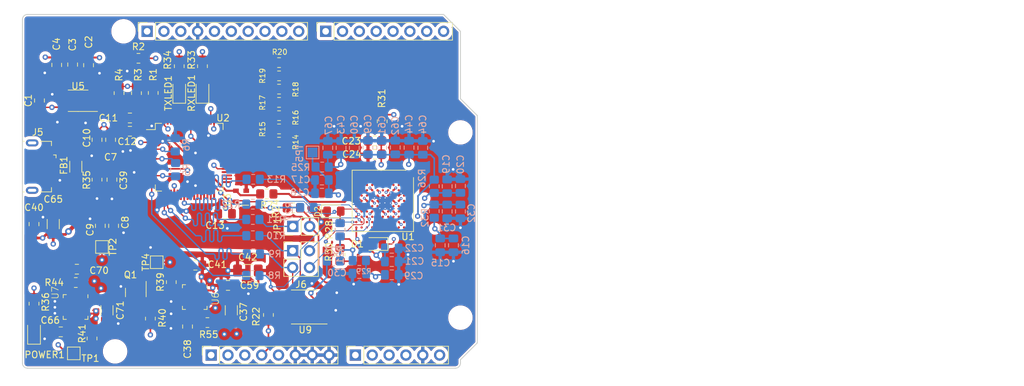
<source format=kicad_pcb>
(kicad_pcb (version 20221018) (generator pcbnew)
  (layers (0 "F.Cu" signal) (1 "In1.Cu" signal) (2 "In2.Cu" signal) (31 "B.Cu" signal) (34 "B.Paste" user) (35 "F.Paste" user) (36 "B.SilkS" user "B.Silkscreen") (37 "F.SilkS" user "F.Silkscreen") (38 "B.Mask" user) (39 "F.Mask" user) (44 "Edge.Cuts" user))
  (net 0 "")
  (net 1 "+2V5")
  (net 2 "+3V3")
  (net 3 "Vin")
  (net 4 "+5V")
  (net 5 "GND")
  (net 6 "PIN-22")
  (net 7 "PIN-23")
  (net 8 "PIN-18")
  (net 9 "PIN-19")
  (net 10 "PIN-20")
  (net 11 "PIN-21")
  (net 12 "PIN-1")
  (net 13 "PIN-2")
  (net 14 "PIN-3")
  (net 15 "PIN-4")
  (net 16 "PIN-5")
  (net 17 "PIN-10")
  (net 18 "PIN-11")
  (net 19 "PIN-12")
  (net 20 "PIN-13")
  (net 21 "DCDn")
  (net 22 "DSRn")
  (net 23 "DTRn")
  (net 24 "RS232_Tx_TTL")
  (net 25 "RS232_Rx_TTL")
  (net 26 "PIN-14")
  (net 27 "PIN-15")
  (net 28 "PIN-16")
  (net 29 "PIN-17")
  (net 30 "/POWER/PG1V2")
  (net 31 "CTSn")
  (net 32 "RTSn")
  (net 34 "/POWER/3v3-EN")
  (net 39 "/BANK 4 - SPI Programming/VCCPLL1")
  (net 47 "+1V2")
  (net 49 "/POWER/+1v2NR{slash}ss")
  (net 57 "/POWER/+1v2FB")
  (net 66 "/POWER/+3v3NR{slash}ss")
  (net 69 "ICE_CLK")
  (net 78 "/POWER/+3V3FB")
  (net 82 "/USB Programmer/ftd-reset")
  (net 88 "/BANK 4 - SPI Programming/VCCPLL0")
  (net 91 "/BANK 4 - SPI Programming/ICE_MOSI")
  (net 92 "/USB Programmer/ftd-ref")
  (net 98 "ICE_CDONE")
  (net 99 "/BANK 4 - SPI Programming/ICE_MISO")
  (net 100 "ICE_SS_B")
  (net 101 "/USB Programmer/EE-DO")
  (net 103 "/USB Programmer/rxled-mid")
  (net 104 "/USB Programmer/txled-mid")
  (net 108 "ICE_CREST")
  (net 109 "ICE_SCK")
  (net 110 "/USB Programmer/FTD-OSCI")
  (net 113 "+1V8")
  (net 114 "/POWER/+1v2en")
  (net 115 "/USB Programmer/ICE-SCK")
  (net 116 "/USB Programmer/FLASH_MOSI")
  (net 117 "/USB Programmer/FLASH_MISO")
  (net 119 "/USB Programmer/ICE-SS-B")
  (net 121 "/USB Programmer/ICE-CDONE")
  (net 122 "/USB Programmer/ICE-CREST")
  (net 132 "/USB Programmer/RS232-Rx-TTL")
  (net 133 "/USB Programmer/RS232-Tx-TTL")
  (net 142 "/USB Programmer/EE-D")
  (net 143 "/USB Programmer/EE-CLK")
  (net 144 "/USB Programmer/EE-CS")
  (net 148 "/USB Programmer/rxled out")
  (net 149 "/USB Programmer/txled out")
  (net 150 "/BANK 2 IO/VCCIO_2")
  (net 151 "/POWER/PG3V3")
  (net 153 "/BANK 3 IO/VCCIO_3")
  (net 156 "/BANK 1 IO/VCCIO_1")
  (net 157 "/ BANK 0 IO/VCCIO_0")
  (net 159 "/BANK 4 - SPI Programming/N25-CS")
  (net 160 "Flash-MISO")
  (net 161 "/BANK 4 - SPI Programming/N25-WP")
  (net 162 "Flash-MOSI")
  (net 163 "/BANK 4 - SPI Programming/N25-HOLD")
  (net 164 "Net-(J5-ID)")
  (net 168 "AIN1_O")
  (net 169 "Net-(POWER1-A)")
  (net 203 "PIN-6")
  (net 204 "PIN-7")
  (net 205 "PIN-8")
  (net 206 "PIN-9")
  (net 207 "D+")
  (net 208 "D-")
  (net 209 "PIN-24")
  (footprint "Resistor_SMD:R_0805_2012Metric_Pad1.20x1.40mm_HandSolder" (layer "F.Cu") (at 126.075 60 90)
    (fp_text reference "R4")
    (fp_text value "10K")
  )
  (footprint "Resistor_SMD:R_0805_2012Metric_Pad1.20x1.40mm_HandSolder" (layer "F.Cu") (at 135.15 55.94 90)
    (fp_text reference "R34")
    (fp_text value "220R")
  )
  (footprint "Capacitor_SMD:C_1206_3216Metric_Pad1.33x1.80mm_HandSolder" (layer "F.Cu") (at 145.5 86.75)
    (fp_text reference "C42")
    (fp_text value "47uF")
  )
  (footprint "Capacitor_SMD:C_0805_2012Metric_Pad1.18x1.45mm_HandSolder" (layer "F.Cu") (at 119.075 55.7 -90)
    (fp_text reference "C3")
    (fp_text value "200nF")
  )
  (footprint "LED_SMD:LED_0805_2012Metric_Pad1.15x1.40mm_HandSolder" (layer "F.Cu") (at 138.65 59.665 90)
    (fp_text reference "RXLED1")
    (fp_text value "RXLED")
  )
  (footprint "Capacitor_SMD:C_0805_2012Metric_Pad1.18x1.45mm_HandSolder" (layer "F.Cu") (at 125.25 80.0125 -90)
    (fp_text reference "C8")
    (fp_text value "100nF")
  )
  (footprint "LED_SMD:LED_0805_2012Metric_Pad1.15x1.40mm_HandSolder" (layer "F.Cu") (at 135.15 59.665 90)
    (fp_text reference "TXLED1")
    (fp_text value "TXLED")
  )
  (footprint "Capacitor_SMD:C_0805_2012Metric_Pad1.18x1.45mm_HandSolder" (layer "F.Cu") (at 136.4 95.2 -90)
    (fp_text reference "C38")
    (fp_text value "10nF")
  )
  (footprint "Resistor_SMD:R_0805_2012Metric_Pad1.20x1.40mm_HandSolder" (layer "F.Cu") (at 122 97 -90)
    (fp_text reference "R41")
    (fp_text value "1M")
  )
  (footprint "Capacitor_SMD:C_0805_2012Metric_Pad1.18x1.45mm_HandSolder" (layer "F.Cu") (at 116.675 55.75 -90)
    (fp_text reference "C4")
    (fp_text value "200nF")
  )
  (footprint "Capacitor_SMD:C_0805_2012Metric_Pad1.18x1.45mm_HandSolder" (layer "F.Cu") (at 122.75 67.0375 -90)
    (fp_text reference "C10")
    (fp_text value "4u7F")
  )
  (footprint "Capacitor_SMD:C_0805_2012Metric_Pad1.18x1.45mm_HandSolder" (layer "F.Cu") (at 124.8 67.0375 -90)
    (fp_text reference "C7")
    (fp_text value "100nF")
  )
  (footprint "Connector_PinSocket_2.54mm:PinSocket_1x06_P2.54mm_Vertical" (layer "F.Cu") (at 161.71 99.5 90)
    (fp_text reference "J2" hide)
    (fp_text value "Digital")
  )
  (footprint "Arduino_MountingHole:MountingHole_3.2mm" (layer "F.Cu") (at 125.478 98.94)
    (fp_text reference "MH2" hide)
    (fp_text value "MountingHole_3.2mm" hide)
  )
  (footprint "Connector_PinSocket_2.54mm:PinSocket_1x10_P2.54mm_Vertical" (layer "F.Cu") (at 130.304 50.68 90)
    (fp_text reference "J3")
    (fp_text value "Digital/PWM")
  )
  (footprint "Oscillator:Oscillator_SMD_Abracon_ASDMB-4Pin_2.5x2.0mm" (layer "F.Cu") (at 144.475 75.55 90)
    (fp_text reference "U3")
    (fp_text value "ASDMB-12MHz")
  )
  (footprint "Diode_SMD:D_0805_2012Metric_Pad1.15x1.40mm_HandSolder" (layer "F.Cu") (at 164.75 82.75 180)
    (fp_text reference "D1")
    (fp_text value "CDSU4148")
  )
  (footprint "Capacitor_SMD:C_0805_2012Metric_Pad1.18x1.45mm_HandSolder" (layer "F.Cu") (at 164.65 67.2 180)
    (fp_text reference "C23")
    (fp_text value "200nF")
  )
  (footprint "Capacitor_SMD:C_0805_2012Metric_Pad1.18x1.45mm_HandSolder" (layer "F.Cu") (at 123.25 80.0125 90)
    (fp_text reference "C9")
    (fp_text value "4u7F")
  )
  (footprint "Resistor_SMD:R_0805_2012Metric_Pad1.20x1.40mm_HandSolder" (layer "F.Cu") (at 128.7 60 90)
    (fp_text reference "R3")
    (fp_text value "10K")
  )
  (footprint "Connector_USB:USB_Micro-B_GCT_USB3076-30-A" (layer "F.Cu") (at 114.17 71.08 -90)
    (fp_text reference "J5")
    (fp_text value "USB_B_Micro")
  )
  (footprint "Resistor_SMD:R_0805_2012Metric_Pad1.20x1.40mm_HandSolder" (layer "F.Cu") (at 129 54.75)
    (fp_text reference "R2")
    (fp_text value "10K")
  )
  (footprint "Resistor_SMD:R_0805_2012Metric_Pad1.20x1.40mm_HandSolder" (layer "F.Cu") (at 150.2 57.4)
    (fp_text reference "R19")
    (fp_text value "0")
  )
  (footprint "Resistor_SMD:R_0805_2012Metric_Pad1.20x1.40mm_HandSolder" (layer "F.Cu") (at 113.25 91.75 -90)
    (fp_text reference "R36")
    (fp_text value "1K")
  )
  (footprint "Package_QFP:LQFP-64_10x10mm_P0.5mm" (layer "F.Cu") (at 136.65 69.665)
    (fp_text reference "U2")
    (fp_text value "FT2232HL")
  )
  (footprint "UFO-Footpints:W-QFN3535-20" (layer "F.Cu") (at 143.746 90.751 -90)
    (fp_text reference "U6")
    (fp_text value "PWR convert")
  )
  (footprint "Capacitor_SMD:C_0805_2012Metric_Pad1.18x1.45mm_HandSolder" (layer "F.Cu") (at 164.65 69.225 180)
    (fp_text reference "C24")
    (fp_text value "200nF")
  )
  (footprint "Connector_PinSocket_2.54mm:PinSocket_1x08_P2.54mm_Vertical" (layer "F.Cu") (at 157.228 50.68 90)
    (fp_text reference "J4" hide)
    (fp_text value "Digital")
  )
  (footprint "Connector_PinHeader_2.54mm:PinHeader_2x02_P2.54mm_Vertical" (layer "F.Cu") (at 152.25 83.76)
    (fp_text reference "J6")
    (fp_text value "Conn_02x02_Counter_Clockwise")
  )
  (footprint "Inductor_SMD:L_1206_3216Metric_Pad1.22x1.90mm_HandSolder" (layer "F.Cu") (at 119.55 71.1 90)
    (fp_text reference "FB1")
    (fp_text value "600 Ohm, 500mA")
  )
  (footprint "Connector_PinHeader_2.54mm:PinHeader_1x02_P2.54mm_Vertical" (layer "F.Cu") (at 152.275 80.1 90)
    (fp_text reference "JP1")
    (fp_text value "Jumper_2_Open")
  )
  (footprint "Capacitor_SMD:C_0805_2012Metric_Pad1.18x1.45mm_HandSolder" (layer "F.Cu") (at 127.7125 63.75 180)
    (fp_text reference "C11")
    (fp_text value "10uF")
  )
  (footprint "Capacitor_SMD:C_0805_2012Metric_Pad1.18x1.45mm_HandSolder" (layer "F.Cu") (at 142.0625 78.2 180)
    (fp_text reference "C13")
    (fp_text value "100nF")
  )
  (footprint "Capacitor_SMD:C_1206_3216Metric_Pad1.33x1.80mm_HandSolder" (layer "F.Cu") (at 143 92.75 90)
    (fp_text reference "C37")
    (fp_text value "47uF")
  )
  (footprint "LED_SMD:LED_0805_2012Metric_Pad1.15x1.40mm_HandSolder" (layer "F.Cu") (at 113.25 96 90)
    (fp_text reference "POWER1")
    (fp_text value "POWER")
  )
  (footprint "Package_SO:SOP-8_3.9x4.9mm_P1.27mm" (layer "F.Cu") (at 154 92.25 180)
    (fp_text reference "U9")
    (fp_text value "N25Q032A13ESC40F")
  )
  (footprint "Resistor_SMD:R_0805_2012Metric_Pad1.20x1.40mm_HandSolder" (layer "F.Cu") (at 159.4 80.6 90)
    (fp_text reference "R28")
    (fp_text value "690R")
  )
  (footprint "Resistor_SMD:R_0805_2012Metric_Pad1.20x1.40mm_HandSolder" (layer "F.Cu") (at 150.2 65.4 180)
    (fp_text reference "R15")
    (fp_text value "0")
  )
  (footprint "Connector_PinSocket_2.54mm:PinSocket_1x08_P2.54mm_Vertical" (layer "F.Cu") (at 139.96 99.5 90)
    (fp_text reference "J1" hide)
    (fp_text value "Power")
  )
  (footprint "Capacitor_SMD:C_1206_3216Metric_Pad1.33x1.80mm_HandSolder" (layer "F.Cu") (at 124.25 92.75 -90)
    (fp_text reference "C71")
    (fp_text value "47uF")
  )
  (footprint "Capacitor_SMD:C_0805_2012Metric_Pad1.18x1.45mm_HandSolder" (layer "F.Cu") (at 121.475 55.7875 -90)
    (fp_text reference "C2")
    (fp_text value "200nF")
  )
  (footprint "Resistor_SMD:R_0805_2012Metric_Pad1.20x1.40mm_HandSolder" (layer "F.Cu") (at 148.35 75.2)
    (fp_text reference "R7")
    (fp_text value "0")
  )
  (footprint "Capacitor_SMD:C_1206_3216Metric_Pad1.33x1.80mm_HandSolder" (layer "F.Cu") (at 116.15 79.75 90)
    (fp_text reference "C65")
    (fp_text value "47uF")
  )
  (footprint "Resistor_SMD:R_0805_2012Metric_Pad1.20x1.40mm_HandSolder" (layer "F.Cu") (at 150.2 55.4)
    (fp_text reference "R20")
    (fp_text value "0")
  )
  (footprint "Resistor_SMD:R_0805_2012Metric_Pad1.20x1.40mm_HandSolder" (layer "F.Cu") (at 150.2 59.4 180)
    (fp_text reference "R18")
    (fp_text value "0")
  )
  (footprint "Capacitor_SMD:C_0805_2012Metric_Pad1.18x1.45mm_HandSolder" (layer "F.Cu") (at 114.075 61.1125 90)
    (fp_text reference "C1")
    (fp_text value "100nF")
  )
  (footprint "Package_BGA:BGA-121_9.0x9.0mm_Layout11x11_P0.8mm_Ball0.4mm_Pad0.35mm_NSMD" (layer "F.Cu") (at 165.85 76.25 -90)
    (fp_text reference "U1")
    (fp_text value "ICE40HX8K-BG121")
  )
  (footprint "Resistor_SMD:R_0805_2012Metric_Pad1.20x1.40mm_HandSolder" (layer "F.Cu") (at 122.75 73.05 -90)
    (fp_text reference "R35")
    (fp_text value "0")
  )
  (footprint "TestPoint:TestPoint_Pad_1.5x1.5mm" (layer "F.Cu") (at 131.75 85.5 90)
    (fp_text reference "TP4")
    (fp_text value "TestPoint")
  )
  (footprint "Resistor_SMD:R_0805_2012Metric_Pad1.20x1.40mm_HandSolder" (layer "F.Cu") (at 150.2 61.4)
    (fp_text reference "R17")
    (fp_text value "0")
  )
  (footprint "LED_SMD:LED_0805_2012Metric_Pad1.15x1.40mm_HandSolder" (layer "F.Cu") (at 158.475 77.8)
    (fp_text reference "D2")
    (fp_text value "GREEN")
  )
  (footprint "Arduino_MountingHole:MountingHole_3.2mm" (layer "F.Cu") (at 126.748 50.68)
    (fp_text reference "MH1" hide)
    (fp_text value "MountingHole_3.2mm" hide)
  )
  (footprint "Resistor_SMD:R_0805_2012Metric_Pad1.20x1.40mm_HandSolder" (layer "F.Cu") (at 133.95 88.5 90)
    (fp_text reference "R39")
    (fp_text value "100k")
  )
  (footprint "Arduino_MountingHole:MountingHole_3.2mm" (layer "F.Cu") (at 177.548 65.92)
    (fp_text reference "MH3" hide)
    (fp_text value "MountingHole_3.2mm" hide)
  )
  (footprint "Resistor_SMD:R_0805_2012Metric_Pad1.20x1.40mm_HandSolder" (layer "F.Cu") (at 150.2 67.4 180)
    (fp_text reference "R14")
    (fp_text value "0")
  )
  (footprint "Capacitor_SMD:C_0805_2012Metric_Pad1.18x1.45mm_HandSolder" (layer "F.Cu") (at 119.7125 86.55 180)
    (fp_text reference "C70")
    (fp_text value "10nF")
  )
  (footprint "Resistor_SMD:R_0805_2012Metric_Pad1.20x1.40mm_HandSolder" (layer "F.Cu") (at 138.65 55.94 90)
    (fp_text reference "R33")
    (fp_text value "220R")
  )
  (footprint "TestPoint:TestPoint_Pad_1.5x1.5mm" (layer "F.Cu") (at 123.5 83.201248 -90)
    (fp_text reference "TP2")
    (fp_text value "TestPoint")
  )
  (footprint "Resistor_SMD:R_0805_2012Metric_Pad1.20x1.40mm_HandSolder" (layer "F.Cu") (at 150.2 63.4)
    (fp_text reference "R16")
    (fp_text value "0")
  )
  (footprint "Capacitor_SMD:C_0805_2012Metric_Pad1.18x1.45mm_HandSolder" (layer "F.Cu") (at 125 73.05 -90)
    (fp_text reference "C39")
    (fp_text value "100nF")
  )
  (footprint "Capacitor_SMD:C_0805_2012Metric_Pad1.18x1.45mm_HandSolder" (layer "F.Cu") (at 117.2875 96 180)
    (fp_text reference "C66")
    (fp_text value "10nF")
  )
  (footprint "Capacitor_SMD:C_0805_2012Metric_Pad1.18x1.45mm_HandSolder" (layer "F.Cu") (at 137.5875 85.95 180)
    (fp_text reference "C41")
    (fp_text value "10nF")
  )
  (footprint "Resistor_SMD:R_0805_2012Metric_Pad1.20x1.40mm_HandSolder" (layer "F.Cu") (at 130.8 94 -90)
    (fp_text reference "R40")
    (fp_text value "1M")
  )
  (footprint "TestPoint:TestPoint_Pad_1.5x1.5mm" (layer "F.Cu") (at 119.25 99.25 180)
    (fp_text reference "TP1")
    (fp_text value "TestPoint")
  )
  (footprint "Capacitor_SMD:C_0805_2012Metric_Pad1.18x1.45mm_HandSolder" (layer "F.Cu") (at 113.25 79.75 90)
    (fp_text reference "C40")
    (fp_text value "100nF")
  )
  (footprint "Package_TO_SOT_SMD:SOT-23" (layer "F.Cu") (at 128.6 90.0625 -90)
    (fp_text reference "Q1")
    (fp_text value "2N7002")
  )
  (footprint "Arduino_MountingHole:MountingHole_3.2mm" (layer "F.Cu") (at 177.548 93.86)
    (fp_text reference "MH4" hide)
    (fp_text value "MountingHole_3.2mm" hide)
  )
  (footprint "Resistor_SMD:R_0805_2012Metric_Pad1.20x1.40mm_HandSolder" (layer "F.Cu") (at 152.35 77.3)
    (fp_text reference "R24")
    (fp_text value "10K")
  )
  (footprint "Capacitor_SMD:C_0805_2012Metric_Pad1.18x1.45mm_HandSolder" (layer "F.Cu") (at 127.7125 65.75 180)
    (fp_text reference "C12")
    (fp_text value "100nF")
  )
  (footprint "Resistor_SMD:R_0805_2012Metric_Pad1.20x1.40mm_HandSolder" (layer "F.Cu") (at 165.75 64.25 90)
    (fp_text reference "R31")
    (fp_text value "0")
  )
  (footprint "Resistor_SMD:R_0805_2012Metric" (layer "F.Cu") (at 119.55 88.5625)
    (fp_text reference "R44")
    (fp_text value "100k")
  )
  (footprint "UFO-Footpints:W-QFN3535-20" (layer "F.Cu") (at 125.775 92.25 -90)
    (fp_text reference "U7")
    (fp_text value "PWR convert")
  )
  (footprint "Package_SO:MSOP-8_3x3mm_P0.65mm" (layer "F.Cu") (at 119.9 61.15 180)
    (fp_text reference "U5")
    (fp_text value "93LC56CT-I/MS")
  )
  (footprint "Resistor_SMD:R_0805_2012Metric_Pad1.20x1.40mm_HandSolder" (layer "F.Cu") (at 131.225 59.975 -90)
    (fp_text reference "R1")
    (fp_text value "2K2")
  )
  (footprint "Resistor_SMD:R_0805_2012Metric_Pad1.20x1.40mm_HandSolder" (layer "F.Cu") (at 148.6 93.45 90)
    (fp_text reference "R22")
    (fp_text value "10K")
  )
  (footprint "Resistor_SMD:R_0805_2012Metric_Pad1.20x1.40mm_HandSolder" (layer "F.Cu") (at 159.4 84.35 -90)
    (fp_text reference "R30")
    (fp_text value "0")
  )
  (footprint "Capacitor_SMD:C_0805_2012Metric_Pad1.18x1.45mm_HandSolder" (layer "F.Cu") (at 142.5 89)
    (fp_text reference "C59")
    (fp_text value "1uF")
  )
  (footprint "Resistor_SMD:R_0805_2012Metric_Pad1.20x1.40mm_HandSolder" (layer "F.Cu") (at 139.4 94.6)
    (fp_text reference "R55")
    (fp_text value "1M")
  )
  (footprint "Capacitor_SMD:C_0805_2012Metric_Pad1.18x1.45mm_HandSolder" (layer "B.Cu") (at 175.55 77.8375 -90)
    (fp_text reference "C31")
    (fp_text value "200nF")
  )
  (footprint "Capacitor_SMD:C_0805_2012Metric_Pad1.18x1.45mm_HandSolder" (layer "B.Cu") (at 156.6625 73.1 180)
    (fp_text reference "C17")
    (fp_text value "100nF")
  )
  (footprint "Resistor_SMD:R_0805_2012Metric_Pad1.20x1.40mm_HandSolder" (layer "B.Cu") (at 146.25 79.05 180)
    (fp_text reference "R11")
    (fp_text value "0")
  )
  (footprint "Resistor_SMD:R_0805_2012Metric_Pad1.20x1.40mm_HandSolder" (layer "B.Cu") (at 173.6 74.05 -90)
    (fp_text reference "R26")
    (fp_text value "100")
  )
  (footprint "Resistor_SMD:R_0805_2012Metric_Pad1.20x1.40mm_HandSolder" (layer "B.Cu") (at 162.3 85.25 180)
    (fp_text reference "R29")
    (fp_text value "0")
  )
  (footprint "Capacitor_SMD:C_0805_2012Metric_Pad1.18x1.45mm_HandSolder" (layer "B.Cu") (at 177.55 74 90)
    (fp_text reference "C20")
    (fp_text value "100nF")
  )
  (footprint "Capacitor_SMD:C_0805_2012Metric_Pad1.18x1.45mm_HandSolder" (layer "B.Cu") (at 174.5 82.95 -90)
    (fp_text reference "C15")
    (fp_text value "100nF")
  )
  (footprint "Capacitor_SMD:C_0805_2012Metric_Pad1.18x1.45mm_HandSolder" (layer "B.Cu") (at 162.3 87.2 180)
    (fp_text reference "C30")
    (fp_text value "200nF")
  )
  (footprint "Capacitor_SMD:C_0805_2012Metric_Pad1.18x1.45mm_HandSolder" (layer "B.Cu") (at 163.6 68.2 90)
    (fp_text reference "C69")
    (fp_text value "10nF")
  )
  (footprint "Capacitor_SMD:C_0805_2012Metric_Pad1.18x1.45mm_HandSolder" (layer "B.Cu") (at 169.8 68.225 90)
    (fp_text reference "C44")
    (fp_text value "10uF")
  )
  (footprint "Capacitor_SMD:C_0805_2012Metric_Pad1.18x1.45mm_HandSolder" (layer "B.Cu") (at 157.55 68.25 90)
    (fp_text reference "C67")
    (fp_text value "200nF")
  )
  (footprint "Capacitor_SMD:C_0805_2012Metric_Pad1.18x1.45mm_HandSolder" (layer "B.Cu") (at 176.5 82.95 -90)
    (fp_text reference "C16")
    (fp_text value "100nF")
  )
  (footprint "Capacitor_SMD:C_0805_2012Metric_Pad1.18x1.45mm_HandSolder" (layer "B.Cu") (at 159.55 68.25 90)
    (fp_text reference "C43")
    (fp_text value "10uF")
  )
  (footprint "Resistor_SMD:R_0805_2012Metric_Pad1.20x1.40mm_HandSolder" (layer "B.Cu") (at 146.325 84.25 180)
    (fp_text reference "R9")
    (fp_text value "0")
  )
  (footprint "Resistor_SMD:R_0805_2012Metric_Pad1.20x1.40mm_HandSolder" (layer "B.Cu") (at 146.25 76.75 180)
    (fp_text reference "R12")
    (fp_text value "0")
  )
  (footprint "Resistor_SMD:R_0805_2012Metric_Pad1.20x1.40mm_HandSolder" (layer "B.Cu") (at 158.4 85.3 180)
    (fp_text reference "R23")
    (fp_text value "10K")
  )
  (footprint "Resistor_SMD:R_0805_2012Metric_Pad1.20x1.40mm_HandSolder" (layer "B.Cu") (at 173.6 77.8 -90)
    (fp_text reference "R32")
    (fp_text value "0")
  )
  (footprint "Resistor_SMD:R_0805_2012Metric_Pad1.20x1.40mm_HandSolder" (layer "B.Cu") (at 146.3 73 180)
    (fp_text reference "R13")
    (fp_text value "0")
  )
  (footprint "Capacitor_SMD:C_0805_2012Metric_Pad1.18x1.45mm_HandSolder" (layer "B.Cu") (at 167.725 68.2 90)
    (fp_text reference "C62")
    (fp_text value "100nF")
  )
  (footprint "Resistor_SMD:R_0805_2012Metric_Pad1.20x1.40mm_HandSolder" (layer "B.Cu") (at 156.7 71.15)
    (fp_text reference "R25")
    (fp_text value "100")
  )
  (footprint "Resistor_SMD:R_0805_2012Metric_Pad1.20x1.40mm_HandSolder" (layer "B.Cu") (at 134.6 71.55 90)
    (fp_text reference "R5")
    (fp_text value "2K2")
  )
  (footprint "Capacitor_SMD:C_0805_2012Metric_Pad1.18x1.45mm_HandSolder" (layer "B.Cu") (at 156.6625 75.1 180)
    (fp_text reference "C18")
    (fp_text value "10uF")
  )
  (footprint "Capacitor_SMD:C_0805_2012Metric_Pad1.18x1.45mm_HandSolder" (layer "B.Cu") (at 167.2 85.4)
    (fp_text reference "C21")
    (fp_text value "200nF")
  )
  (footprint "Capacitor_SMD:C_0805_2012Metric_Pad1.18x1.45mm_HandSolder" (layer "B.Cu") (at 171.875 68.25 90)
    (fp_text reference "C64")
    (fp_text value "10nF")
  )
  (footprint "Resistor_SMD:R_0805_2012Metric_Pad1.20x1.40mm_HandSolder" (layer "B.Cu") (at 154.4 77.25)
    (fp_text reference "R27")
    (fp_text value "10K")
  )
  (footprint "Capacitor_SMD:C_0805_2012Metric_Pad1.18x1.45mm_HandSolder" (layer "B.Cu") (at 165.675 68.225 90)
    (fp_text reference "C61")
    (fp_text value "200nF")
  )
  (footprint "Resistor_SMD:R_0805_2012Metric_Pad1.20x1.40mm_HandSolder" (layer "B.Cu") (at 159.4 80.6 90)
    (fp_text reference "R21")
    (fp_text value "10K")
  )
  (footprint "Capacitor_SMD:C_0805_2012Metric_Pad1.18x1.45mm_HandSolder" (layer "B.Cu") (at 167.2 83.4)
    (fp_text reference "C22")
    (fp_text value "200nF")
  )
  (footprint "Capacitor_SMD:C_0805_2012Metric_Pad1.18x1.45mm_HandSolder" (layer "B.Cu") (at 161.55 68.25 90)
    (fp_text reference "C60")
    (fp_text value "1uF")
  )
  (footprint "Resistor_SMD:R_0805_2012Metric_Pad1.20x1.40mm_HandSolder" (layer "B.Cu") (at 146.25 81.5 180)
    (fp_text reference "R10")
    (fp_text value "0")
  )
  (footprint "Capacitor_SMD:C_0805_2012Metric_Pad1.18x1.45mm_HandSolder" (layer "B.Cu") (at 177.55 77.8375 -90)
    (fp_text reference "C32")
    (fp_text value "200nF")
  )
  (footprint "Resistor_SMD:R_0805_2012Metric_Pad1.20x1.40mm_HandSolder" (layer "B.Cu") (at 146.25 87.5 180)
    (fp_text reference "R8")
    (fp_text value "0")
  )
  (footprint "Capacitor_SMD:C_0805_2012Metric_Pad1.18x1.45mm_HandSolder" (layer "B.Cu") (at 175.55 74.05 90)
    (fp_text reference "C19")
    (fp_text value "10uF")
  )
  (footprint "Capacitor_SMD:C_0805_2012Metric_Pad1.18x1.45mm_HandSolder" (layer "B.Cu") (at 167.2 87.4)
    (fp_text reference "C29")
    (fp_text value "200nF")
  )
  (footprint "TestPoint:TestPoint_Pad_1.5x1.5mm" (layer "B.Cu") (at 155.25 68.95)
    (fp_text reference "TP5")
    (fp_text value "TestPoint")
  )
  (footprint "Resistor_SMD:R_0805_2012Metric_Pad1.20x1.40mm_HandSolder" (layer "B.Cu") (at 134.55 67.8 90)
    (fp_text reference "R6")
    (fp_text value "12K")
  )
  (gr_line (start 176.786 101.48) (end 112.27 101.48) (stroke (width 0.15)) (layer "Edge.Cuts"))
  (gr_line (start 177.548 60.84) (end 180.088 63.38) (stroke (width 0.15)) (layer "Edge.Cuts"))
  (gr_line (start 180.088 97.67) (end 177.548 100.21) (stroke (width 0.15)) (layer "Edge.Cuts"))
  (gr_line (start 175.008 48.14) (end 177.548 50.68) (stroke (width 0.15)) (layer "Edge.Cuts"))
  (gr_line (start 180.088 63.38) (end 180.088 97.67) (stroke (width 0.15)) (layer "Edge.Cuts"))
  (gr_line (start 111.5 67.02) (end 111.508 48.902) (stroke (width 0.15)) (layer "Edge.Cuts"))
  (gr_line (start 177.548 100.21) (end 177.548 100.718) (stroke (width 0.15)) (layer "Edge.Cuts"))
  (gr_arc (start 111.508 48.902) (mid 111.731185 48.363185) (end 112.27 48.14) (stroke (width 0.15)) (layer "Edge.Cuts"))
  (gr_line (start 177.548 50.68) (end 177.548 60.84) (stroke (width 0.15)) (layer "Edge.Cuts"))
  (gr_arc (start 112.27 101.48) (mid 111.731185 101.256815) (end 111.508 100.718) (stroke (width 0.15)) (layer "Edge.Cuts"))
  (gr_line (start 111.508 100.718) (end 111.5 67.02) (stroke (width 0.15)) (layer "Edge.Cuts"))
  (gr_line (start 112.27 48.14) (end 175.008 48.14) (stroke (width 0.15)) (layer "Edge.Cuts"))
  (gr_arc (start 177.548 100.718) (mid 177.324815 101.256815) (end 176.786 101.48) (stroke (width 0.15)) (layer "Edge.Cuts"))
  (segment (start 167.5 82.45) (end 167.5 82) (width 0.2) (layer "F.Cu") (net 1))
  (segment (start 168.25 79.45) (end 168.6 79.8) (width 0.2) (layer "F.Cu") (net 1))
  (segment (start 165.775 82.75) (end 167.2 82.75) (width 0.2) (layer "F.Cu") (net 1))
  (segment (start 167.2 82.75) (end 167.5 82.45) (width 0.2) (layer "F.Cu") (net 1))
  (via (at 168.6 79.8) (size 0.465) (drill 0.2) (layers "F.Cu" "B.Cu") (net 1))
  (via (at 167.5 82) (size 0.6) (drill 0.3) (layers "F.Cu" "B.Cu") (net 1))
  (segment (start 123.5 81.3) (end 123.5 83.201248) (width 0.2) (layer "F.Cu") (net 2))
  (segment (start 121.475 54.625) (end 123.075 54.625) (width 0.25) (layer "F.Cu") (net 2))
  (segment (start 143.025 76.225) (end 143.025 78.175) (width 0.2) (layer "F.Cu") (net 2))
  (segment (start 161.2 85.35) (end 161.3 85.25) (width 0.25) (layer "F.Cu") (net 2))
  (segment (start 130.975 67.415) (end 129.385 67.415) (width 0.2) (layer "F.Cu") (net 2))
  (segment (start 122.75 66) (end 124.8 66) (width 0.25) (layer "F.Cu") (net 2))
  (segment (start 130 54.75) (end 131.6 54.75) (width 0.25) (layer "F.Cu") (net 2))
  (segment (start 148.6 94.45) (end 151.08 94.45) (width 0.25) (layer "F.Cu") (net 2))
  (segment (start 127.375 59) (end 127.35 58.975) (width 0.2) (layer "F.Cu") (net 2))
  (segment (start 148.85 77.3) (end 151.35 77.3) (width 0.2) (layer "F.Cu") (net 2))
  (segment (start 132.535 69.915) (end 132.55 69.9) (width 0.2) (layer "F.Cu") (net 2))
  (segment (start 117.7875 60.825) (end 118.7 60.825) (width 0.2) (layer "F.Cu") (net 2))
  (segment (start 128.7 59) (end 127.375 59) (width 0.2) (layer "F.Cu") (net 2))
  (segment (start 122.75 66) (end 122.75 65.8) (width 0.25) (layer "F.Cu") (net 2))
  (segment (start 139.9 63.99) (end 139.9 62.35) (width 0.2) (layer "F.Cu") (net 2))
  (segment (start 162.75 82.75) (end 162 82) (width 0.25) (layer "F.Cu") (net 2))
  (segment (start 123.5 83.201248) (end 123.5 85.151248) (width 0.2) (layer "F.Cu") (net 2))
  (segment (start 117.7875 62.125) (end 118.725 62.125) (width 0.2) (layer "F.Cu") (net 2))
  (segment (start 139.9 74.53467) (end 140.16967 74.265) (width 0.25) (layer "F.Cu") (net 2))
  (segment (start 159.4 85.35) (end 161.2 85.35) (width 0.25) (layer "F.Cu") (net 2))
  (segment (start 126.075 59) (end 127.325 59) (width 0.2) (layer "F.Cu") (net 2))
  (segment (start 120.4625 86.8375) (end 120.75 86.55) (width 0.25) (layer "F.Cu") (net 2))
  (segment (start 147.95 77.3) (end 148.85 77.3) (width 0.2) (layer "F.Cu") (net 2))
  (segment (start 114.075 62.15) (end 115.95 62.15) (width 0.2) (layer "F.Cu") (net 2))
  (segment (start 161.3 83.8745) (end 161.3 83.65) (width 0.25) (layer "F.Cu") (net 2))
  (segment (start 161.85 81.85) (end 162 82) (width 0.25) (layer "F.Cu") (net 2))
  (segment (start 161.85 80.25) (end 161.85 81.85) (width 0.25) (layer "F.Cu") (net 2))
  (segment (start 129.385 67.415) (end 129.35 67.45) (width 0.2) (layer "F.Cu") (net 2))
  (segment (start 120.4625 88.5625) (end 120.4625 86.8375) (width 0.25) (layer "F.Cu") (net 2))
  (segment (start 143.7 76.375) (end 142.775 76.375) (width 0.25) (layer "F.Cu") (net 2))
  (segment (start 116.675 54.5875) (end 121.4375 54.5875) (width 0.25) (layer "F.Cu") (net 2))
  (segment (start 140.665 74.265) (end 141.4 75) (width 0.25) (layer "F.Cu") (net 2))
  (segment (start 119.05 61.175) (end 118.7 60.825) (width 0.2) (layer "F.Cu") (net 2))
  (segment (start 138.65 54.94) (end 138.65 53.75) (width 0.25) (layer "F.Cu") (net 2))
  (segment (start 142.325 68.915) (end 139.315 68.915) (width 0.25) (layer "F.Cu") (net 2))
  (segment (start 139.9 75.34) (end 139.9 74.53467) (width 0.25) (layer "F.Cu") (net 2))
  (segment (start 121.25 91.75) (end 121.25 91.25) (width 0.25) (layer "F.Cu") (net 2))
  (segment (start 142.775 76.375) (end 141.4 75) (width 0.25) (layer "F.Cu") (net 2))
  (segment (start 134.4 75.34) (end 134.4 73.975) (width 0.25) (layer "F.Cu") (net 2))
  (segment (start 163.725 82.75) (end 162.75 82.75) (width 0.25) (layer "F.Cu") (net 2))
  (segment (start 119.05 61.8) (end 119.05 61.175) (width 0.2) (layer "F.Cu") (net 2))
  (segment (start 123.25 81.05) (end 123.25 80.975) (width 0.2) (layer "F.Cu") (net 2))
  (segment (start 127.325 59) (end 127.35 58.975) (width 0.2) (layer "F.Cu") (net 2))
  (segment (start 145.25 76.375) (end 147.025 76.375) (width 0.2) (layer "F.Cu") (net 2))
  (segment (start 167.50625 63.25) (end 165.49375 63.25) (width 0.25) (layer "F.Cu") (net 2))
  (segment (start 148.6 98.48) (end 147.58 99.5) (width 0.25) (layer "F.Cu") (net 2))
  (segment (start 124.8 65.75) (end 123.8 64.75) (width 0.25) (layer "F.Cu") (net 2))
  (segment (start 136.9 63.99) (end 136.9 66.5) (width 0.2) (layer "F.Cu") (net 2))
  (segment (start 161.3 85.25) (end 161.3 83.8745) (width 0.25) (layer "F.Cu") (net 2))
  (segment (start 121.3125 91.1875) (end 121.25 91.25) (width 0.25) (layer "F.Cu") (net 2))
  (segment (start 123.25 81.05) (end 123.5 81.3) (width 0.2) (layer "F.Cu") (net 2))
  (segment (start 130.975 69.915) (end 132.535 69.915) (width 0.2) (layer "F.Cu") (net 2))
  (segment (start 116.675 54.5875) (end 114.9625 54.5875) (width 0.25) (layer "F.Cu") (net 2))
  (segment (start 140.16967 74.265) (end 140.665 74.265) (width 0.25) (layer "F.Cu") (net 2))
  (segment (start 123.25 80.975) (end 125.25 78.975) (width 0.2) (layer "F.Cu") (net 2))
  (segment (start 147.025 76.375) (end 147.95 77.3) (width 0.2) (layer "F.Cu") (net 2))
  (segment (start 120.015 90.51) (end 120.515 90.51) (width 0.25) (layer "F.Cu") (net 2))
  (segment (start 151.08 94.45) (end 151.375 94.155) (width 0.25) (layer "F.Cu") (net 2))
  (segment (start 117.7875 62.125) (end 115.975 62.125) (width 0.25) (layer "F.Cu") (net 2))
  (segment (start 148.6 94.45) (end 148.6 95.85) (width 0.25) (layer "F.Cu") (net 2))
  (segment (start 139.315 68.915) (end 136.9 66.5) (width 0.25) (layer "F.Cu") (net 2))
  (segment (start 115.025 54.65) (end 123.125 54.65) (width 0.25) (layer "F.Cu") (net 2))
  (segment (start 135.15 54.94) (end 135.15 53.75) (width 0.25) (layer "F.Cu") (net 2))
  (segment (start 122.75 65.8) (end 123.8 64.75) (width 0.25) (layer "F.Cu") (net 2))
  (segment (start 118.725 62.125) (end 119.05 61.8) (width 0.2) (layer "F.Cu") (net 2))
  (segment (start 114.95 54.575) (end 115.025 54.65) (width 0.25) (layer "F.Cu") (net 2))
  (segment (start 124.8 66) (end 124.8 65.75) (width 0.25) (layer "F.Cu") (net 2))
  (segment (start 145.1 76.225) (end 145.25 76.375) (width 0.2) (layer "F.Cu") (net 2))
  (segment (start 148.6 95.85) (end 148.6 98.48) (width 0.25) (layer "F.Cu") (net 2))
  (segment (start 143.025 76.225) (end 145.1 76.225) (width 0.2) (layer "F.Cu") (net 2))
  (segment (start 120.515 88.615) (end 120.4625 88.5625) (width 0.25) (layer "F.Cu") (net 2))
  (via (at 132.55 69.9) (size 0.8) (drill 0.4) (layers "F.Cu" "B.Cu") (net 2))
  (via (at 123.35 89.425) (size 0.8) (drill 0.4) (layers "F.Cu" "B.Cu") (net 2))
  (via (at 139.9 62.35) (size 0.8) (drill 0.4) (layers "F.Cu" "B.Cu") (net 2))
  (via (at 131.6 54.75) (size 0.8) (drill 0.4) (layers "F.Cu" "B.Cu") (net 2))
  (via (at 173.7 80.45) (size 0.8) (drill 0.4) (layers "F.Cu" "B.Cu") (net 2))
  (via (at 123.8 64.75) (size 0.8) (drill 0.4) (layers "F.Cu" "B.Cu") (net 2))
  (via (at 114.95 54.575) (size 0.8) (drill 0.4) (layers "F.Cu" "B.Cu") (net 2))
  (via (at 135.15 53.75) (size 0.8) (drill 0.4) (layers "F.Cu" "B.Cu") (net 2))
  (via (at 148.6 95.85) (size 0.8) (drill 0.4) (layers "F.Cu" "B.Cu") (net 2))
  (via (at 167.5 63.25) (size 0.8) (drill 0.4) (layers "F.Cu" "B.Cu") (net 2))
  (via (at 148.85 77.3) (size 0.8) (drill 0.4) (layers "F.Cu" "B.Cu") (net 2))
  (via (at 115.95 62.15) (size 0.8) (drill 0.4) (layers "F.Cu" "B.Cu") (net 2))
  (via (at 136.9 66.5) (size 0.8) (drill 0.4) (layers "F.Cu" "B.Cu") (net 2))
  (via (at 162 82) (size 0.6) (drill 0.3) (layers "F.Cu" "B.Cu") (net 2))
  (via (at 141.4 75) (size 0.8) (drill 0.4) (layers "F.Cu" "B.Cu") (net 2))
  (via (at 129.35 67.45) (size 0.8) (drill 0.4) (layers "F.Cu" "B.Cu") (net 2))
  (via (at 123.5 85.151248) (size 0.8) (drill 0.4) (layers "F.Cu" "B.Cu") (net 2))
  (via (at 161.3 83.65) (size 0.8) (drill 0.4) (layers "F.Cu" "B.Cu") (net 2))
  (via (at 127.35 58.975) (size 0.8) (drill 0.4) (layers "F.Cu" "B.Cu") (net 2))
  (via (at 123.125 54.65) (size 0.8) (drill 0.4) (layers "F.Cu" "B.Cu") (net 2))
  (via (at 122.35 88.35) (size 0.8) (drill 0.4) (layers "F.Cu" "B.Cu") (net 2))
  (via (at 138.65 53.75) (size 0.8) (drill 0.4) (layers "F.Cu" "B.Cu") (net 2))
  (via (at 134.4 73.975) (size 0.8) (drill 0.4) (layers "F.Cu" "B.Cu") (net 2))
  (segment (start 159.4 81.6) (end 159.4 85.3) (width 0.25) (layer "B.Cu") (net 2))
  (segment (start 159.4 83.875) (end 159.625 83.65) (width 0.25) (layer "B.Cu") (net 2))
  (segment (start 159.625 83.65) (end 161.3 83.65) (width 0.25) (layer "B.Cu") (net 2))
  (segment (start 173.6 80.35) (end 173.7 80.45) (width 0.25) (layer "B.Cu") (net 2))
  (segment (start 173.6 78.8) (end 173.6 80.35) (width 0.25) (layer "B.Cu") (net 2))
  (segment (start 159.4 85.3) (end 159.4 83.875) (width 0.25) (layer "B.Cu") (net 2))
  (segment (start 148.9 77.25) (end 148.85 77.3) (width 0.25) (layer "B.Cu") (net 2))
  (segment (start 153.4 77.25) (end 148.9 77.25) (width 0.25) (layer "B.Cu") (net 2))
  (segment (start 161.3 83.65) (end 161.3 85.25) (width 0.25) (layer "B.Cu") (net 2))
  (segment (start 174.5 81.9125) (end 174.5 81.25) (width 0.25) (layer "B.Cu") (net 2))
  (segment (start 174.5 81.25) (end 173.7 80.45) (width 0.25) (layer "B.Cu") (net 2))
  (segment (start 132.55 69.9) (end 134.035 69.9) (width 0.2) (layer "B.Cu") (net 2))
  (segment (start 176.5 81.9125) (end 174.5 81.9125) (width 0.25) (layer "B.Cu") (net 2))
  (segment (start 134.035 69.9) (end 134.3 70.165) (width 0.2) (layer "B.Cu") (net 2))
  (segment (start 119.55 69.4375) (end 119.2075 69.78) (width 0.4) (layer "F.Cu") (net 3))
  (segment (start 119.2075 69.78) (end 115.57 69.78) (width 0.4) (layer "F.Cu") (net 3))
  (segment (start 116.15 81.3125) (end 116.15 82.75) (width 0.4) (layer "F.Cu") (net 4))
  (segment (start 138.486 92.491) (end 139.191 92.491) (width 0.25) (layer "F.Cu") (net 4))
  (segment (start 116.15 81.3125) (end 115.0875 81.3125) (width 0.4) (layer "F.Cu") (net 4))
  (segment (start 121.25 93.8) (end 121.25 93.25) (width 0.25) (layer "F.Cu") (net 4))
  (segment (start 119.55 79.75) (end 118.45 80.85) (width 0.6) (layer "F.Cu") (net 4))
  (segment (start 120.515 93.99) (end 121.06 93.99) (width 0.25) (layer "F.Cu") (net 4))
  (segment (start 121.25 92.75) (end 121.25 93.25) (width 0.25) (layer "F.Cu") (net 4))
  (segment (start 118.2 99.25) (end 116.9 97.95) (width 0.25) (layer "F.Cu") (net 4))
  (segment (start 113.25 81.4) (end 113.7 81.85) (width 0.4) (layer "F.Cu") (net 4))
  (segment (start 121.75 99.25) (end 122 99) (width 0.25) (layer "F.Cu") (net 4))
  (segment (start 113.7 81.85) (end 114.55 81.85) (width 0.4) (layer "F.Cu") (net 4))
  (segment (start 122 99) (end 122 98) (width 0.25) (layer "F.Cu") (net 4))
  (segment (start 113.25 80.7875) (end 113.25 81.4) (width 0.4) (layer "F.Cu") (net 4))
  (segment (start 130.8 95) (end 130.8 96.45) (width 0.25) (layer "F.Cu") (net 4))
  (segment (start 113.25 90.75) (end 113.25 89.4) (width 0.25) (layer "F.Cu") (net 4))
  (segment (start 121.06 93.99) (end 121.25 93.8) (width 0.25) (layer "F.Cu") (net 4))
  (segment (start 119.25 99.25) (end 118.2 99.25) (width 0.25) (layer "F.Cu") (net 4))
  (segment (start 115.0875 81.3125) (end 114.55 81.85) (width 0.4) (layer "F.Cu") (net 4))
  (segment (start 116.15 81.3125) (end 117.9875 81.3125) (width 0.4) (layer "F.Cu") (net 4))
  (segment (start 119.55 72.7625) (end 119.55 79.75) (width 0.6) (layer "F.Cu") (net 4))
  (segment (start 142.7125 94.6) (end 143 94.3125) (width 0.25) (layer "F.Cu") (net 4))
  (segment (start 119.25 99.25) (end 121.75 99.25) (width 0.25) (layer "F.Cu") (net 4))
  (segment (start 117.9875 81.3125) (end 118.45 80.85) (width 0.4) (layer "F.Cu") (net 4))
  (segment (start 139.221 91.251) (end 139.221 91.751) (width 0.25) (layer "F.Cu") (net 4))
  (segment (start 140.4 94.6) (end 142.7125 94.6) (width 0.25) (layer "F.Cu") (net 4))
  (via (at 130.8 96.45) (size 0.8) (drill 0.4) (layers "F.Cu" "B.Cu") (net 4))
  (via (at 141.95 96.35) (size 0.8) (drill 0.4) (layers "F.Cu" "B.Cu") (net 4))
  (via (at 140.6 92.4) (size 0.8) (drill 0.4) (layers "F.Cu" "B.Cu") (net 4))
  (via (at 116.15 82.75) (size 0.8) (drill 0.4) (layers "F.Cu" "B.Cu") (net 4))
  (via (at 122.6 94) (size 0.8) (drill 0.4) (layers "F.Cu" "B.Cu") (net 4))
  (via (at 113.25 89.4) (size 0.8) (drill 0.4) (layers "F.Cu" "B.Cu") (net 4))
  (via (at 143.8 96.3) (size 0.8) (drill 0.4) (layers "F.Cu" "B.Cu") (net 4))
  (via (at 122.6 92.85) (size 0.8) (drill 0.4) (layers "F.Cu" "B.Cu") (net 4))
  (via (at 118.45 80.85) (size 1) (drill 0.5) (layers "F.Cu" "B.Cu") (net 4))
  (via (at 116.9 97.95) (size 0.8) (drill 0.4) (layers "F.Cu" "B.Cu") (net 4))
  (via (at 114.55 81.85) (size 0.8) (drill 0.4) (layers "F.Cu" "B.Cu") (net 4))
  (segment (start 144.6375 91.1875) (end 145.575 90.25) (width 0.3) (layer "F.Cu") (net 5))
  (segment (start 121.4375 56.9375) (end 121.475 56.975) (width 0.3) (layer "F.Cu") (net 5))
  (segment (start 134.1 91.25) (end 133.925 91.425) (width 0.3) (layer "F.Cu") (net 5))
  (segment (start 116.675 56.9375) (end 121.4375 56.9375) (width 0.3) (layer "F.Cu") (net 5))
  (segment (start 124.9625 74.05) (end 125 74.0875) (width 0.3) (layer "F.Cu") (net 5))
  (segment (start 137.485 90.75) (end 137.486 90.751) (width 0.3) (layer "F.Cu") (net 5))
  (segment (start 121.25 92.25) (end 119.515 92.25) (width 0.3) (layer "F.Cu") (net 5))
  (segment (start 125.675 68.075) (end 124.8 68.075) (width 0.3) (layer "F.Cu") (net 5))
  (segment (start 126.675 67.075) (end 126.5 67.25) (width 0.3) (layer "F.Cu") (net 5))
  (segment (start 129.46 71.9) (end 129.46 72.79) (width 0.3) (layer "F.Cu") (net 5))
  (segment (start 145.25 74.725) (end 145.25 74.65) (width 0.2) (layer "F.Cu") (net 5))
  (segment (start 135.75 90.75) (end 134.6 90.75) (width 0.3) (layer "F.Cu") (net 5))
  (segment (start 119.514 92.249) (end 119.515 92.25) (width 0.3) (layer "F.Cu") (net 5))
  (segment (start 116.551 91.249) (end 116.4 91.4) (width 0.3) (layer "F.Cu") (net 5))
  (segment (start 124.25 94.3125) (end 125.5125 94.3125) (width 0.3) (layer "F.Cu") (net 5))
  (segment (start 165.05 75.45) (end 165.45 75.85) (width 0.2) (layer "F.Cu") (net 5))
  (segment (start 163.6125 67.2) (end 163.6125 66.1125) (width 0.2) (layer "F.Cu") (net 5))
  (segment (start 114.8875 56.9375) (end 114.875 56.95) (width 0.3) (layer "F.Cu") (net 5))
  (segment (start 139.4 66.25) (end 139.75 66.6) (width 0.2) (layer "F.Cu") (net 5))
  (segment (start 130.96 71.9) (end 130.975 71.915) (width 0.3) (layer "F.Cu") (net 5))
  (segment (start 143 91.1875) (end 143 89.5375) (width 0.3) (layer "F.Cu") (net 5))
  (segment (start 165.05 76.25) (end 165.4 76.6) (width 0.3) (layer "F.Cu") (net 5))
  (segment (start 114.825 97.025) (end 114.85 97.05) (width 0.3) (layer "F.Cu") (net 5))
  (segment (start 135.75 90.75) (end 135.75 91.25) (width 0.3) (layer "F.Cu") (net 5))
  (segment (start 147.0625 86.75) (end 147.0625 88.7625) (width 0.3) (layer "F.Cu") (net 5))
  (segment (start 127.65 89.125) (end 126.375 89.125) (width 0.3) (layer "F.Cu") (net 5))
  (segment (start 115.25 96) (end 114.85 96.4) (width 0.3) (layer "F.Cu") (net 5))
  (segment (start 130.975 72.915) (end 129.335 72.915) (width 0.3) (layer "F.Cu") (net 5))
  (segment (start 113.25 78.7125) (end 114.5875 78.7125) (width 0.3) (layer "F.Cu") (net 5))
  (segment (start 114.5875 78.7125) (end 114.6 78.7) (width 0.3) (layer "F.Cu") (net 5))
  (segment (start 163.6125 67.2) (end 163.6125 69.225) (width 0.2) (layer "F.Cu") (net 5))
  (segment (start 116.15 78.1875) (end 115.1125 78.1875) (width 0.3) (layer "F.Cu") (net 5))
  (segment (start 145.9875 78.325) (end 145.9875 77.5125) (width 0.3) (layer "F.Cu") (net 5))
  (segment (start 130.975 70.415) (end 129.96 70.415) (width 0.3) (layer "F.Cu") (net 5))
  (segment (start 117.779 91.249) (end 116.551 91.249) (width 0.3) (layer "F.Cu") (net 5))
  (segment (start 122.75 68.075) (end 124.8 68.075) (width 0.3) (layer "F.Cu") (net 5))
  (segment (start 118.516 93.249) (end 119.515 92.25) (width 0.3) (layer "F.Cu") (net 5))
  (segment (start 117.7875 60.175) (end 116 60.175) (width 0.3) (layer "F.Cu") (net 5))
  (segment (start 166.65 77.05) (end 167 77.4) (width 0.3) (layer "F.Cu") (net 5))
  (segment (start 161.8 76.25) (end 161.4 76.65) (width 0.2) (layer "F.Cu") (net 5))
  (segment (start 132.035 67.915) (end 132.65 67.3) (width 0.2) (layer "F.Cu") (net 5))
  (segment (start 129.46 72.79) (end 129.335 72.915) (width 0.3) (layer "F.Cu") (net 5))
  (segment (start 129.96 70.415) (end 129.46 70.915) (width 0.3) (layer "F.Cu") (net 5))
  (segment (start 115.57 72.38) (end 116.38 72.38) (width 0.3) (layer "F.Cu") (net 5))
  (segment (start 121.475 56.975) (end 123.1 56.975) (width 0.3) (layer "F.Cu") (net 5))
  (segment (start 166.65 75.45) (end 167.025 75.075) (width 0.2) (layer "F.Cu") (net 5))
  (segment (start 129.46 71.9) (end 130.96 71.9) (width 0.3) (layer "F.Cu") (net 5))
  (segment (start 118.515 93.25) (end 119.515 92.25) (width 0.3) (layer "F.Cu") (net 5))
  (segment (start 116.451 92.249) (end 116.4 92.3) (width 0.3) (layer "F.Cu") (net 5))
  (segment (start 126.375 89.125) (end 126.35 89.15) (width 0.3) (layer "F.Cu") (net 5))
  (segment (start 125.5125 94.3125) (end 125.95 94.75) (width 0.3) (layer "F.Cu") (net 5))
  (segment (start 167.025 75.075) (end 167.05 75.05) (width 0.2) (layer "F.Cu") (net 5))
  (segment (start 123.25 78.975) (end 121.723752 78.975) (width 0.2) (layer "F.Cu") (net 5))
  (segment (start 165.85 77.05) (end 166.2 77.4) (width 0.3) (layer "F.Cu") (net 5))
  (segment (start 130.975 65.915) (end 130.975 64.975) (width 0.3) (layer "F.Cu") (net 5))
  (segment (start 115.9 60.075) (end 116 60.175) (width 0.3) (layer "F.Cu") (net 5))
  (segment (start 116.449 93.249) (end 116.4 93.2) (width 0.3) (layer "F.Cu") (net 5))
  (segment (start 135.75 91.25) (end 134.1 91.25) (width 0.3) (layer "F.Cu") (net 5))
  (segment (start 132.65 67.3) (end 132.65 67.25) (width 0.2) (layer "F.Cu") (net 5))
  (segment (start 142.325 66.415) (end 141.135 66.415) (width 0.2) (layer "F.Cu") (net 5))
  (segment (start 163.6125 66.1125) (end 162.5 65) (width 0.2) (layer "F.Cu") (net 5))
  (segment (start 166.65 76.25) (end 167 76.6) (width 0.3) (layer "F.Cu") (net 5))
  (segment (start 122.75 74.05) (end 122.75 74.5) (width 0.3) (layer "F.Cu") (net 5))
  (segment (start 125 74.0875) (end 125 74.35) (width 0.3) (layer "F.Cu") (net 5))
  (segment (start 143 89.5375) (end 143.5375 89) (width 0.3) (layer "F.Cu") (net 5))
  (segment (start 157.45 78.5245) (end 156.55 79.4245) (width 0.3) (layer "F.Cu") (net 5))
  (segment (start 135.75 90.75) (end 137.485 90.75) (width 0.3) (layer "F.Cu") (net 5))
  (segment (start 126.5 67.25) (end 125.675 68.075) (width 0.3) (layer "F.Cu") (net 5))
  (segment (start 122.8 68.075) (end 122.8 68) (width 0.25) (layer "F.Cu") (net 5))
  (segment (start 168.25 75.45) (end 168.6 75.1) (width 0.3) (layer "F.Cu") (net 5))
  (segment (start 126.675 63.75) (end 126.675 65.75) (width 0.3) (layer "F.Cu") (net 5))
  (segment (start 115.1125 78.1875) (end 114.6 78.7) (width 0.3) (layer "F.Cu") (net 5))
  (segment (start 123.1 56.975) (end 123.125 57) (width 0.3) (layer "F.Cu") (net 5))
  (segment (start 130.975 70.915) (end 129.46 70.915) (width 0.3) (layer "F.Cu") (net 5))
  (segment (start 165.05 77.05) (end 165.4 77.4) (width 0.3) (layer "F.Cu") (net 5))
  (segment (start 116.25 96) (end 115.25 96) (width 0.3) (layer "F.Cu") (net 5))
  (segment (start 140.95 66.6) (end 139.75 66.6) (width 0.2) (layer "F.Cu") (net 5))
  (segment (start 164.25 75.475) (end 164.6 75.825) (width 0.2) (layer "F.Cu") (net 5))
  (segment (start 165.85 75.45) (end 166.2 75.8) (width 0.3) (layer "F.Cu") (net 5))
  (segment (start 122.75 74.05) (end 124.9625 74.05) (width 0.3) (layer "F.Cu") (net 5))
  (segment (start 116.38 72.38) (end 117.15 73.15) (width 0.3) (layer "F.Cu") (net 5))
  (segment (start 119.515 92.25) (end 119.283185 92.25) (width 0.3) (layer "F.Cu") (net 5))
  (segment (start 126.675 65.75) (end 126.675 67.075) (width 0.3) (layer "F.Cu") (net 5))
  (segment (start 117.779 92.249) (end 119.514 92.249) (width 0.3) (layer "F.Cu") (net 5))
  (segment (start 164.25 75.45) (end 164.25 75.475) (width 0.2) (layer "F.Cu") (net 5))
  (segment (start 117.779 93.249) (end 116.449 93.249) (width 0.3) (layer "F.Cu") (net 5))
  (segment (start 139.4 63.99) (end 139.4 66.25) (width 0.2) (layer "F.Cu") (net 5))
  (segment (start 113.25 97.025) (end 114.825 97.025) (width 0.3) (layer "F.Cu") (net 5))
  (segment (start 164.6 75.825) (end 164.6 75.8) (width 0.2) (layer "F.Cu") (net 5))
  (segment (start 142.5635 90.751) (end 143 91.1875) (width 0.3) (layer "F.Cu") (net 5))
  (segment (start 114.85 96.4) (end 114.85 97.05) (width 0.3) (layer "F.Cu") (net 5))
  (segment (start 118.282185 91.249) (end 117.779 91.249) (width 0.3) (layer "F.Cu") (net 5))
  (segment (start 116.675 56.9375) (end 114.8875 56.9375) (width 0.3) (layer "F.Cu") (net 5))
  (segment (start 130.975 64.975) (end 131 64.95) (width 0.3) (layer "F.Cu") (net 5))
  (segment (start 130.975 67.915) (end 132.035 67.915) (width 0.2) (layer "F.Cu") (net 5))
  (segment (start 117.7 60.2625) (end 117.7875 60.175) (width 0.3) (layer "F.Cu") (net 5))
  (segment (start 114.175 60.175) (end 114.075 60.075) (width 0.3) (layer "F.Cu") (net 5))
  (segment (start 139.221 90.751) (end 137.486 90.751) (width 0.3) (layer "F.Cu") (net 5))
  (segment (start 139.221 90.751) (end 142.5635 90.751) (width 0.3) (layer "F.Cu") (net 5))
  (segment (start 143 91.1875) (end 144.6375 91.1875) (width 0.3) (layer "F.Cu") (net 5))
  (segment (start 134.6 90.75) (end 133.925 91.425) (width 0.3) (layer "F.Cu") (net 5))
  (segment (start 117.779 92.249) (end 116.451 92.249) (width 0.3) (layer "F.Cu") (net 5))
  (segment (start 119.283185 92.25) (end 118.282185 91.249) (width 0.3) (layer "F.Cu") (net 5))
  (segment (start 126.748752 81.05) (end 126.75 81.051248) (width 0.2) (layer "F.Cu") (net 5))
  (segment (start 125.25 81.05) (end 126.748752 81.05) (width 0.2) (layer "F.Cu") (net 5))
  (segment (start 114.075 60.075) (end 115.9 60.075) (width 0.3) (layer "F.Cu") (net 5))
  (segment (start 147.0625 88.7625) (end 145.575 90.25) (width 0.3) (layer "F.Cu") (net 5))
  (segment (start 165.85 76.25) (end 166.15 76.55) (width 0.3) (layer "F.Cu") (net 5))
  (segment (start 117.779 93.249) (end 118.516 93.249) (width 0.3) (layer "F.Cu") (net 5))
  (segment (start 121.723752 78.975) (end 121.7 78.951248) (width 0.2) (layer "F.Cu") (net 5))
  (segment (start 157.45 77.8) (end 157.45 78.5245) (width 0.3) (layer "F.Cu") (net 5))
  (segment (start 129.46 70.915) (end 129.46 71.9) (width 0.3) (layer "F.Cu") (net 5))
  (segment (start 118.515 93.99) (end 118.515 93.25) (width 0.3) (layer "F.Cu") (net 5))
  (segment (start 141.135 66.415) (end 140.95 66.6) (width 0.2) (layer "F.Cu") (net 5))
  (via (at 116.4 91.4) (size 0.8) (drill 0.4) (layers "F.Cu" "B.Cu") (net 5))
  (via (at 114.875 56.95) (size 0.8) (drill 0.4) (layers "F.Cu" "B.Cu") (net 5))
  (via (at 161.45 88.8) (size 0.8) (drill 0.4) (layers "F.Cu" "B.Cu") (net 5))
  (via (at 116.4 92.3) (size 0.8) (drill 0.4) (layers "F.Cu" "B.Cu") (net 5))
  (via (at 122.75 75.9) (size 0.8) (drill 0.4) (layers "F.Cu" "B.Cu") (net 5))
  (via (at 176.45 71.5) (size 0.8) (drill 0.4) (layers "F.Cu" "B.Cu") (net 5))
  (via (at 166.2 75.8) (size 0.425) (drill 0.16) (layers "F.Cu" "B.Cu") (net 5))
  (via (at 131.8 77.6) (size 0.8) (drill 0.4) (layers "F.Cu" "B.Cu") (net 5))
  (via (at 121.7 78.951248) (size 0.8) (drill 0.4) (layers "F.Cu" "B.Cu") (net 5))
  (via (at 123.125 57) (size 0.8) (drill 0.4) (layers "F.Cu" "B.Cu") (net 5))
  (via (at 126.35 89.15) (size 0.8) (drill 0.4) (layers "F.Cu" "B.Cu") (net 5))
  (via (at 142.4 80.4) (size 0.8) (drill 0.4) (layers "F.Cu" "B.Cu") (net 5))
  (via (at 127.8 68.65) (size 0.8) (drill 0.4) (layers "F.Cu" "B.Cu") (net 5))
  (via (at 137.6 73.95) (size 0.8) (drill 0.4) (layers "F.Cu" "B.Cu") (net 5))
  (via (at 155.15 88.7) (size 0.8) (drill 0.4) (layers "F.Cu" "B.Cu") (net 5))
  (via (at 133.925 91.425) (size 0.8) (drill 0.4) (layers "F.Cu" "B.Cu") (net 5))
  (via (at 158.75 92.75) (size 0.8) (drill 0.4) (layers "F.Cu" "B.Cu") (net 5))
  (via (at 139.55 66.4) (size 0.8) (drill 0.4) (layers "F.Cu" "B.Cu") (net 5))
  (via (at 114.85 97.05) (size 0.8) (drill 0.4) (layers "F.Cu" "B.Cu") (net 5))
  (via (at 125 75.95) (size 0.8) (drill 0.4) (layers "F.Cu" "B.Cu") (net 5))
  (via (at 132.65 67.25) (size 0.8) (drill 0.4) (layers "F.Cu" "B.Cu") (net 5))
  (via (at 133.925 93.275) (size 0.8) (drill 0.4) (layers "F.Cu" "B.Cu") (net 5))
  (via (at 116.4 93.2) (size 0.8) (drill 0.4) (layers "F.Cu" "B.Cu") (net 5))
  (via (at 168.25 88.85) (size 0.8) (drill 0.4) (layers "F.Cu" "B.Cu") (net 5))
  (via (at 167 77.4) (size 0.425) (drill 0.16) (layers "F.Cu" "B.Cu") (net 5))
  (via (at 136.2 77.8) (size 0.8) (drill 0.4) (layers "F.Cu" "B.Cu") (net 5))
  (via (at 127.3 56.675) (size 0.8) (drill 0.4) (layers "F.Cu" "B.Cu") (net 5))
  (via (at 177.55 80.3) (size 0.8) (drill 0.4) (layers "F.Cu" "B.Cu") (net 5))
  (via (at 166.2 77.4) (size 0.425) (drill 0.16) (layers "F.Cu" "B.Cu") (net 5))
  (via (at 116 60.175) (size 0.8) (drill 0.4) (layers "F.Cu" "B.Cu") (net 5))
  (via (at 169.65 84.35) (size 0.8) (drill 0.4) (layers "F.Cu" "B.Cu") (net 5))
  (via (at 167 76.6) (size 0.425) (drill 0.16) (layers "F.Cu" "B.Cu") (net 5))
  (via (at 156.55 79.4245) (size 0.8) (drill 0.4) (layers "F.Cu" "B.Cu") (net 5))
  (via (at 158.9 90.1) (size 0.8) (drill 0.4) (layers "F.Cu" "B.Cu") (net 5))
  (via (at 131 64.95) (size 0.8) (drill 0.4) (layers "F.Cu" "B.Cu") (net 5))
  (via (at 128.35 71.95) (size 0.8) (drill 0.4) (layers "F.Cu" "B.Cu") (net 5))
  (via (at 126.75 81.051248) (size 0.8) (drill 0.4) (layers "F.Cu" "B.Cu") (net 5))
  (via (at 121.025 64.5) (size 0.8) (drill 0.4) (layers "F.Cu" "B.Cu") (net 5))
  (via (at 167.05 75.05) (size 0.425) (drill 0.16) (layers "F.Cu" "B.Cu") (net 5))
  (via (at 116.775 64.375) (size 0.8) (drill 0.4) (layers "F.Cu" "B.Cu") (net 5))
  (via (at 162.5 65) (size 0.8) (drill 0.4) (layers "F.Cu" "B.Cu") (net 5))
  (via (at 168.75 65) (size 0.8) (drill 0.4) (layers "F.Cu" "B.Cu") (net 5))
  (via (at 117.15 73.15) (size 0.8) (drill 0.4) (layers "F.Cu" "B.Cu") (net 5))
  (via (at 165.45 75.85) (size 0.425) (drill 0.16) (layers "F.Cu" "B.Cu") (net 5))
  (via (at 165.4 77.4) (size 0.425) (drill 0.16) (layers "F.Cu" "B.Cu") (net 5))
  (via (at 137.6 69.025) (size 0.8) (drill 0.4) (layers "F.Cu" "B.Cu") (net 5))
  (via (at 168.6 75.1) (size 0.425) (drill 0.16) (layers "F.Cu" "B.Cu") (net 5))
  (via (at 176.5 85.35) (size 0.8) (drill 0.4) (layers "F.Cu" "B.Cu") (net 5))
  (via (at 173.5 67.25) (size 0.8) (drill 0.4) (layers "F.Cu" "B.Cu") (net 5))
  (via (at 164.6 75.8) (size 0.425) (drill 0.16) (layers "F.Cu" "B.Cu") (net 5))
  (via (at 126.65 68.8) (size 0.8) (drill 0.4) (layers "F.Cu" "B.Cu") (net 5))
  (via (at 158.5 65) (size 0.8) (drill 0.4) (layers "F.Cu" "B.Cu") (net 5))
  (via (at 161.4 76.65) (size 0.465) (drill 0.2) (layers "F.Cu" "B.Cu") (net 5))
  (via (at 121.95 69.45) (size 0.8) (drill 0.4) (layers "F.Cu" "B.Cu") (net 5))
  (via (at 114.6 78.7) (size 0.8) (drill 0.4) (layers "F.Cu" "B.Cu") (net 5))
  (via (at 125.95 94.75) (size 0.8) (drill 0.4) (layers "F.Cu" "B.Cu") (net 5))
  (via (at 130.825 83.275) (size 0.8) (drill 0.4) (layers "F.Cu" "B.Cu") (net 5))
  (via (at 145.575 90.25) (size 0.8) (drill 0.4) (layers "F.Cu" "B.Cu") (net 5))
  (via (at 166.15 76.55) (size 0.425) (drill 0.16) (layers "F.Cu" "B.Cu") (net 5))
  (via (at 133.9 95.475) (size 0.8) (drill 0.4) (layers "F.Cu" "B.Cu") (net 5))
  (via (at 165.4 76.6) (size 0.425) (drill 0.16) (layers "F.Cu" "B.Cu") (net 5))
  (segment (start 175.55 73.0125) (end 175.55 72.4) (width 0.3) (layer "B.Cu") (net 5))
  (segment (start 177.5 73.0125) (end 177.55 72.9625) (width 0.3) (layer "B.Cu") (net 5))
  (segment (start 175.55 79.65) (end 176.2 80.3) (width 0.3) (layer "B.Cu") (net 5))
  (segment (start 167.725 66.025) (end 168.75 65) (width 0.2) (layer "B.Cu") (net 5))
  (segment (start 175.55 78.875) (end 175.55 79.65) (width 0.3) (layer "B.Cu") (net 5))
  (segment (start 169.8 66.05) (end 168.75 65) (width 0.2) (layer "B.Cu") (net 5))
  (segment (start 168.2375 87.4) (end 168.2375 88.8375) (width 0.3) (layer "B.Cu") (net 5))
  (segment (start 174.95 85.35) (end 176.5 85.35) (width 0.3) (layer "B.Cu") (net 5))
  (segment (start 174.5 83.9875) (end 176.5 83.9875) (width 0.3) (layer "B.Cu") (net 5))
  (segment (start 168.2375 88.8375) (end 168.25 88.85) (width 0.3) (layer "B.Cu") (net 5))
  (segment (start 175.55 78.875) (end 177.55 78.875) (width 0.3) (layer "B.Cu") (net 5))
  (segment (start 159.55 66.05) (end 159.55 67.2125) (width 0.2) (layer "B.Cu") (net 5))
  (segment (start 161.2625 87.2) (end 161.2625 88.6125) (width 0.3) (layer "B.Cu") (net 5))
  (segment (start 167.725 67.1625) (end 167.725 66.025) (width 0.2) (layer "B.Cu") (net 5))
  (segment (start 158.5 65) (end 159.55 66.05) (width 0.2) (layer "B.Cu") (net 5))
  (segment (start 171.875 67.2125) (end 173.4625 67.2125) (width 0.2) (layer "B.Cu") (net 5))
  (segment (start 177.55 72.9625) (end 177.55 72.6) (width 0.3) (layer "B.Cu") (net 5))
  (segment (start 163.6 67.1625) (end 163.6 66.1) (width 0.2) (layer "B.Cu") (net 5))
  (segment (start 162.5 65) (end 161.55 65.95) (width 0.2) (layer "B.Cu") (net 5))
  (segment (start 176.2 80.3) (end 177.55 80.3) (width 0.3) (layer "B.Cu") (net 5))
  (segment (start 168.2375 85.4) (end 168.6 85.4) (width 0.3) (layer "B.Cu") (net 5))
  (segment (start 168.6 85.4) (end 169.65 84.35) (width 0.3) (layer "B.Cu") (net 5))
  (segment (start 175.55 72.4) (end 176.45 71.5) (width 0.3) (layer "B.Cu") (net 5))
  (segment (start 168.2375 87.4) (end 168.2375 83.4) (width 0.3) (layer "B.Cu") (net 5))
  (segment (start 157.55 67.2125) (end 157.55 65.95) (width 0.2) (layer "B.Cu") (net 5))
  (segment (start 168.2375 83.4) (end 168.7 83.4) (width 0.3) (layer "B.Cu") (net 5))
  (segment (start 176.5 83.9875) (end 176.5 85.35) (width 0.3) (layer "B.Cu") (net 5))
  (segment (start 173.4625 67.2125) (end 173.5 67.25) (width 0.2) (layer "B.Cu") (net 5))
  (segment (start 174.5 84.9) (end 174.95 85.35) (width 0.3) (layer "B.Cu") (net 5))
  (segment (start 168.7 83.4) (end 169.65 84.35) (width 0.3) (layer "B.Cu") (net 5))
  (segment (start 163.6 66.1) (end 162.5 65) (width 0.2) (layer "B.Cu") (net 5))
  (segment (start 177.55 72.6) (end 176.45 71.5) (width 0.3) (layer "B.Cu") (net 5))
  (segment (start 177.55 78.875) (end 177.55 80.3) (width 0.3) (layer "B.Cu") (net 5))
  (segment (start 134.1 67.25) (end 134.55 66.8) (width 0.2) (layer "B.Cu") (net 5))
  (segment (start 169.8 67.1875) (end 169.8 66.05) (width 0.2) (layer "B.Cu") (net 5))
  (segment (start 157.55 65.95) (end 158.5 65) (width 0.2) (layer "B.Cu") (net 5))
  (segment (start 161.55 65.95) (end 161.55 67.2125) (width 0.2) (layer "B.Cu") (net 5))
  (segment (start 132.65 67.25) (end 134.1 67.25) (width 0.2) (layer "B.Cu") (net 5))
  (segment (start 174.5 83.9875) (end 174.5 84.9) (width 0.3) (layer "B.Cu") (net 5))
  (segment (start 157.55 67.2125) (end 171.875 67.2125) (width 0.2) (layer "B.Cu") (net 5))
  (segment (start 161.2625 88.6125) (end 161.45 88.8) (width 0.3) (layer "B.Cu") (net 5))
  (segment (start 175.55 73.0125) (end 177.5 73.0125) (width 0.3) (layer "B.Cu") (net 5))
  (segment (start 136.275 87.95) (end 134.725 89.5) (width 0.2) (layer "F.Cu") (net 30))
  (segment (start 136.65 87.95) (end 136.275 87.95) (width 0.2) (layer "F.Cu") (net 30))
  (segment (start 131.8 89.5) (end 133.95 89.5) (width 0.2) (layer "F.Cu") (net 30))
  (segment (start 134.725 89.5) (end 133.95 89.5) (width 0.2) (layer "F.Cu") (net 30))
  (segment (start 130.8 90.5) (end 130.8 93) (width 0.2) (layer "F.Cu") (net 30))
  (segment (start 129.55 89.125) (end 131.425 89.125) (width 0.2) (layer "F.Cu") (net 30))
  (segment (start 131.425 89.125) (end 131.8 89.5) (width 0.2) (layer "F.Cu") (net 30))
  (segment (start 136.986 89.011) (end 136.986 88.286) (width 0.2) (layer "F.Cu") (net 30))
  (segment (start 131.8 89.5) (end 130.8 90.5) (width 0.2) (layer "F.Cu") (net 30))
  (segment (start 136.986 88.286) (end 136.65 87.95) (width 0.2) (layer "F.Cu") (net 30))
  (segment (start 120.65 96) (end 122 96) (width 0.25) (layer "F.Cu") (net 34))
  (segment (start 128.6 94.7) (end 128.6 91) (width 0.25) (layer "F.Cu") (net 34))
  (segment (start 127.3 96) (end 128.6 94.7) (width 0.25) (layer "F.Cu") (net 34))
  (segment (start 122 96) (end 127.3 96) (width 0.25) (layer "F.Cu") (net 34))
  (segment (start 120.015 93.99) (end 120.015 95.365) (width 0.25) (layer "F.Cu") (net 34))
  (segment (start 120.015 95.365) (end 120.65 96) (width 0.25) (layer "F.Cu") (net 34))
  (segment (start 168.25 76.25) (end 168.6 75.9) (width 0.25) (layer "F.Cu") (net 39))
  (via (at 172.15 75.85) (size 0.8) (drill 0.4) (layers "F.Cu" "B.Cu") (net 39))
  (via (at 168.6 75.9) (size 0.425) (drill 0.16) (layers "F.Cu" "B.Cu") (net 39))
  (segment (start 173.6125 75.0375) (end 173.6 75.05) (width 0.25) (layer "B.Cu") (net 39))
  (segment (start 177.55 75.0375) (end 173.6125 75.0375) (width 0.25) (layer "B.Cu") (net 39))
  (segment (start 173.6 75.05) (end 172.95 75.05) (width 0.25) (layer "B.Cu") (net 39))
  (segment (start 172.95 75.05) (end 172.15 75.85) (width 0.25) (layer "B.Cu") (net 39))
  (segment (start 137.986 89.011) (end 138.486 89.011) (width 0.25) (layer "F.Cu") (net 47))
  (segment (start 139.221 90.251) (end 139.221 89.751) (width 0.25) (layer "F.Cu") (net 47))
  (segment (start 167.45 77.85) (end 167.8 78.2) (width 0.25) (layer "F.Cu") (net 47))
  (segment (start 164.25 74.65) (end 163.9 74.3) (width 0.25) (layer "F.Cu") (net 47))
  (segment (start 131.75 85.5) (end 133.75 85.5) (width 0.2) (layer "F.Cu") (net 47))
  (segment (start 143.9375 86.75) (end 142.5 86.75) (width 0.25) (layer "F.Cu") (net 47))
  (segment (start 164.25 77.85) (end 163.9 78.2) (width 0.25) (layer "F.Cu") (net 47))
  (segment (start 167.45 74.65) (end 167.8 74.3) (width 0.25) (layer "F.Cu") (net 47))
  (via (at 142.5 86.75) (size 0.8) (drill 0.4) (layers "F.Cu" "B.Cu") (net 47))
  (via (at 140.2 89.35) (size 0.8) (drill 0.4) (layers "F.Cu" "B.Cu") (net 47))
  (via (at 171.1 78.55) (size 0.8) (drill 0.4) (layers "F.Cu" "B.Cu") (net 47))
  (via (at 167.8 74.3) (size 0.425) (drill 0.16) (layers "F.Cu" "B.Cu") (net 47))
  (via (at 138.5 87.7) (size 0.8) (drill 0.4) (layers "F.Cu" "B.Cu") (net 47))
  (via (at 163.9 74.3) (size 0.425) (drill 0.16) (layers "F.Cu" "B.Cu") (net 47))
  (via (at 139.75 88.25) (size 0.8) (drill 0.4) (layers "F.Cu" "B.Cu") (net 47))
  (via (at 133.75 85.5) (size 0.8) (drill 0.4) (layers "F.Cu" "B.Cu") (net 47))
  (via (at 159.5 70.75) (size 0.8) (drill 0.4) (layers "F.Cu" "B.Cu") (net 47))
  (via (at 163.9 78.2) (size 0.425) (drill 0.16) (layers "F.Cu" "B.Cu") (net 47))
  (via (at 167.8 78.2) (size 0.425) (drill 0.16) (layers "F.Cu" "B.Cu") (net 47))
  (via (at 169.75 70.75) (size 0.8) (drill 0.4) (layers "F.Cu" "B.Cu") (net 47))
  (segment (start 171.15 78.5) (end 171.1 78.55) (width 0.25) (layer "B.Cu") (net 47))
  (segment (start 169.8 70.7) (end 169.75 70.75) (width 0.25) (layer "B.Cu") (net 47))
  (segment (start 157.55 69.2875) (end 157.55 71) (width 0.25) (layer "B.Cu") (net 47))
  (segment (start 171.875 69.2875) (end 173.0375 69.2875) (width 0.25) (layer "B.Cu") (net 47))
  (segment (start 159.1 71.15) (end 159.5 70.75) (width 0.25) (layer "B.Cu") (net 47))
  (segment (start 159.55 70.7) (end 159.5 70.75) (width 0.25) (layer "B.Cu") (net 47))
  (segment (start 173.6 73.05) (end 171.15 75.5) (width 0.25) (layer "B.Cu") (net 47))
  (segment (start 171.15 75.5) (end 171.15 77.8) (width 0.25) (layer "B.Cu") (net 47))
  (segment (start 157.55 71) (end 157.7 71.15) (width 0.25) (layer "B.Cu") (net 47))
  (segment (start 173.0375 69.2875) (end 173.6 69.85) (width 0.25) (layer "B.Cu") (net 47))
  (segment (start 157.7 71.15) (end 159.1 71.15) (width 0.25) (layer "B.Cu") (net 47))
  (segment (start 169.8 69.2625) (end 169.8 70.7) (width 0.25) (layer "B.Cu") (net 47))
  (segment (start 159.55 69.2875) (end 159.55 70.7) (width 0.25) (layer "B.Cu") (net 47))
  (segment (start 171.15 77.8) (end 171.15 78.5) (width 0.25) (layer "B.Cu") (net 47))
  (segment (start 173.6 69.85) (end 173.6 73.05) (width 0.25) (layer "B.Cu") (net 47))
  (segment (start 157.55 69.2875) (end 171.875 69.2875) (width 0.25) (layer "B.Cu") (net 47))
  (segment (start 137.486 93.0765) (end 136.4 94.1625) (width 0.25) (layer "F.Cu") (net 49))
  (segment (start 137.486 92.491) (end 137.486 93.0765) (width 0.25) (layer "F.Cu") (net 49))
  (segment (start 136.55 85.95) (end 136.55 86.65) (width 0.25) (layer "F.Cu") (net 57))
  (segment (start 137.486 87.586) (end 137.486 89.011) (width 0.25) (layer "F.Cu") (net 57))
  (segment (start 136.55 86.65) (end 137.486 87.586) (width 0.25) (layer "F.Cu") (net 57))
  (segment (start 118.325 96) (end 119 96) (width 0.25) (layer "F.Cu") (net 66))
  (segment (start 119.515 95.485) (end 119.515 93.99) (width 0.25) (layer "F.Cu") (net 66))
  (segment (start 119 96) (end 119.515 95.485) (width 0.25) (layer "F.Cu") (net 66))
  (segment (start 162.65 76.25) (end 162.25 75.85) (width 0.15) (layer "F.Cu") (net 69))
  (segment (start 160.65 75.85) (end 160.6 75.9) (width 0.15) (layer "F.Cu") (net 69))
  (segment (start 153.975 75.675) (end 154.7 76.4) (width 0.3) (layer "F.Cu") (net 69))
  (segment (start 154.7 76.4) (end 160.1 76.4) (width 0.3) (layer "F.Cu") (net 69))
  (segment (start 160.1 76.4) (end 160.6 75.9) (width 0.3) (layer "F.Cu") (net 69))
  (segment (start 162.25 75.85) (end 160.65 75.85) (width 0.15) (layer "F.Cu") (net 69))
  (segment (start 152.175 75.675) (end 153.975 75.675) (width 0.3) (layer "F.Cu") (net 69))
  (segment (start 149.35 75.2) (end 151.7 75.2) (width 0.3) (layer "F.Cu") (net 69))
  (segment (start 151.7 75.2) (end 152.175 75.675) (width 0.3) (layer "F.Cu") (net 69))
  (segment (start 119.515 87.39) (end 118.675 86.55) (width 0.25) (layer "F.Cu") (net 78))
  (segment (start 119.515 90.51) (end 119.515 87.39) (width 0.25) (layer "F.Cu") (net 78))
  (segment (start 132.65 72.45) (end 131.01 72.45) (width 0.2) (layer "F.Cu") (net 82))
  (segment (start 131.01 72.45) (end 130.975 72.415) (width 0.2) (layer "F.Cu") (net 82))
  (via (at 132.65 72.45) (size 0.8) (drill 0.4) (layers "F.Cu" "B.Cu") (net 82))
  (segment (start 132.75 72.55) (end 132.65 72.45) (width 0.2) (layer "B.Cu") (net 82))
  (segment (start 134.6 72.55) (end 132.75 72.55) (width 0.2) (layer "B.Cu") (net 82))
  (segment (start 163.45 76.25) (end 163.05 75.85) (width 0.25) (layer "F.Cu") (net 88))
  (via (at 163.05 75.85) (size 0.425) (drill 0.16) (layers "F.Cu" "B.Cu") (net 88))
  (via (at 159.15 75.35) (size 0.8) (drill 0.4) (layers "F.Cu" "B.Cu") (net 88))
  (segment (start 158.5 75.1) (end 158.9 75.1) (width 0.25) (layer "B.Cu") (net 88))
  (segment (start 155.25 68.95) (end 155.25 70.7) (width 0.25) (layer "B.Cu") (net 88))
  (segment (start 157.65 73.1) (end 157.7 73.1) (width 0.25) (layer "B.Cu") (net 88))
  (segment (start 155.7 71.15) (end 157.65 73.1) (width 0.25) (layer "B.Cu") (net 88))
  (segment (start 158.9 75.1) (end 159.15 75.35) (width 0.25) (layer "B.Cu") (net 88))
  (segment (start 157.7 75.1) (end 158.5 75.1) (width 0.25) (layer "B.Cu") (net 88))
  (segment (start 155.25 70.7) (end 155.7 71.15) (width 0.25) (layer "B.Cu") (net 88))
  (segment (start 157.7 75.1) (end 157.7 73.1) (width 0.25) (layer "B.Cu") (net 88))
  (segment (start 163.45 78.65) (end 163.8 79) (width 0.125) (layer "F.Cu") (net 91))
  (via (at 163.8 79) (size 0.465) (drill 0.2) (layers "F.Cu" "B.Cu") (net 91))
  (segment (start 157.7875 80.7625) (end 162.9375 80.7625) (width 0.125) (layer "B.Cu") (net 91))
  (segment (start 162.9375 80.7625) (end 163.8 79.9) (width 0.125) (layer "B.Cu") (net 91))
  (segment (start 163.8 79.9) (end 163.8 79) (width 0.125) (layer "B.Cu") (net 91))
  (segment (start 154.79 83.76) (end 157.7875 80.7625) (width 0.125) (layer "B.Cu") (net 91))
  (segment (start 131.01 68.45) (end 130.975 68.415) (width 0.2) (layer "F.Cu") (net 92))
  (segment (start 132.65 68.45) (end 131.01 68.45) (width 0.2) (layer "F.Cu") (net 92))
  (via (at 132.65 68.45) (size 0.8) (drill 0.4) (layers "F.Cu" "B.Cu") (net 92))
  (segment (start 133 68.8) (end 132.65 68.45) (width 0.2) (layer "B.Cu") (net 92))
  (segment (start 134.55 68.8) (end 133 68.8) (width 0.2) (layer "B.Cu") (net 92))
  (segment (start 162.65 77.85) (end 162.2865 77.4865) (width 0.125) (layer "F.Cu") (net 98))
  (segment (start 159.4 77.9) (end 158.55 77.9) (width 0.125) (layer "F.Cu") (net 98))
  (segment (start 159.8135 77.4865) (end 159.5 77.8) (width 0.125) (layer "F.Cu") (net 98))
  (segment (start 159.4 79.6) (end 159.4 77.9) (width 0.2) (layer "F.Cu") (net 98))
  (segment (start 162.2865 77.4865) (end 159.8135 77.4865) (width 0.125) (layer "F.Cu") (net 98))
  (via (at 158.55 77.9) (size 0.6) (drill 0.2) (layers "F.Cu" "B.Cu") (net 98))
  (segment (start 153.951929 76.3125) (end 147.6875 76.3125) (width 0.125) (layer "B.Cu") (net 98))
  (segment (start 154.881282 78.15) (end 154.6125 77.881218) (width 0.125) (layer "B.Cu") (net 98))
  (segment (start 158.55 77.9) (end 158.3 78.15) (width 0.125) (layer "B.Cu") (net 98))
  (segment (start 154.6125 76.973071) (end 153.951929 76.3125) (width 0.125) (layer "B.Cu") (net 98))
  (segment (start 154.6125 77.881218) (end 154.6125 76.973071) (width 0.125) (layer "B.Cu") (net 98))
  (segment (start 147.6875 76.3125) (end 147.25 76.75) (width 0.125) (layer "B.Cu") (net 98))
  (segment (start 158.3 78.15) (end 154.881282 78.15) (width 0.125) (layer "B.Cu") (net 98))
  (segment (start 157.25 82.25) (end 157.25 82.4) (width 0.125) (layer "F.Cu") (net 99))
  (segment (start 163.0125 79.0125) (end 163.0125 79.600153) (width 0.125) (layer "F.Cu") (net 99))
  (segment (start 160.4875 80.7625) (end 158.7375 80.7625) (width 0.125) (layer "F.Cu") (net 99))
  (segment (start 161.4125 79.8375) (end 160.4875 80.7625) (width 0.125) (layer "F.Cu") (net 99))
  (segment (start 162.65 78.65) (end 163.0125 79.0125) (width 0.125) (layer "F.Cu") (net 99))
  (segment (start 162.775153 79.8375) (end 161.4125 79.8375) (width 0.125) (layer "F.Cu") (net 99))
  (segment (start 163.0125 79.600153) (end 162.775153 79.8375) (width 0.125) (layer "F.Cu") (net 99))
  (segment (start 158.7375 80.7625) (end 157.25 82.25) (width 0.125) (layer "F.Cu") (net 99))
  (via (at 157.25 82.4) (size 0.6) (drill 0.2) (layers "F.Cu" "B.Cu") (net 99))
  (segment (start 157.25 83.84) (end 154.79 86.3) (width 0.125) (layer "B.Cu") (net 99))
  (segment (start 157.25 82.4) (end 157.25 83.84) (width 0.125) (layer "B.Cu") (net 99))
  (segment (start 162.65 79.45) (end 162.3 79.1) (width 0.125) (layer "F.Cu") (net 100))
  (via (at 162.3 79.1) (size 0.465) (drill 0.2) (layers "F.Cu" "B.Cu") (net 100))
  (segment (start 162.3 79.1) (end 162.0125 78.8125) (width 0.125) (layer "B.Cu") (net 100))
  (segment (start 147.25 79.05) (end 148.3 80.1) (width 0.2) (layer "B.Cu") (net 100))
  (segment (start 153.5625 78.8125) (end 152.275 80.1) (width 0.125) (layer "B.Cu") (net 100))
  (segment (start 148.3 80.1) (end 152.275 80.1) (width 0.2) (layer "B.Cu") (net 100))
  (segment (start 162.0125 78.8125) (end 153.5625 78.8125) (width 0.125) (layer "B.Cu") (net 100))
  (segment (start 131.225 56.925) (end 131.225 58.975) (width 0.125) (layer "F.Cu") (net 101))
  (segment (start 125.225 54.75) (end 128 54.75) (width 0.125) (layer "F.Cu") (net 101))
  (segment (start 128.425 56.075) (end 130.375 56.075) (width 0.125) (layer "F.Cu") (net 101))
  (segment (start 128 55.65) (end 128.425 56.075) (width 0.125) (layer "F.Cu") (net 101))
  (segment (start 122.0125 60.175) (end 124.225 57.9625) (width 0.125) (layer "F.Cu") (net 101))
  (segment (start 130.375 56.075) (end 131.225 56.925) (width 0.125) (layer "F.Cu") (net 101))
  (segment (start 124.225 55.75) (end 125.225 54.75) (width 0.125) (layer "F.Cu") (net 101))
  (segment (start 124.225 57.9625) (end 124.225 55.75) (width 0.125) (layer "F.Cu") (net 101))
  (segment (start 128 54.75) (end 128 55.65) (width 0.125) (layer "F.Cu") (net 101))
  (segment (start 138.65 58.64) (end 138.65 56.94) (width 0.2) (layer "F.Cu") (net 103))
  (segment (start 135.15 58.64) (end 135.15 56.94) (width 0.2) (layer "F.Cu") (net 104))
  (segment (start 161.85 78.65) (end 162.2 78.3) (width 0.125) (layer "F.Cu") (net 108))
  (via (at 162.2 78.3) (size 0.465) (drill 0.2) (layers "F.Cu" "B.Cu") (net 108))
  (segment (start 147.3 73) (end 151.1 73) (width 0.2) (layer "B.Cu") (net 108))
  (segment (start 151.1 73) (end 155.35 77.25) (width 0.2) (layer "B.Cu") (net 108))
  (segment (start 155.35 77.25) (end 155.4 77.25) (width 0.125) (layer "B.Cu") (net 108))
  (segment (start 155.8 76.85) (end 155.4 77.25) (width 0.125) (layer "B.Cu") (net 108))
  (segment (start 160.75 76.85) (end 155.8 76.85) (width 0.125) (layer "B.Cu") (net 108))
  (segment (start 162.2 78.3) (end 160.75 76.85) (width 0.125) (layer "B.Cu") (net 108))
  (segment (start 161.85 79.45) (end 161.25 79.45) (width 0.125) (layer "F.Cu") (net 109))
  (segment (start 151.183604 91.615) (end 148.95 89.381396) (width 0.2) (layer "F.Cu") (net 109))
  (segment (start 151.375 91.615) (end 151.183604 91.615) (width 0.2) (layer "F.Cu") (net 109))
  (segment (start 148.95 89.381396) (end 148.95 89.2) (width 0.2) (layer "F.Cu") (net 109))
  (via (at 161.25 79.45) (size 0.465) (drill 0.2) (layers "F.Cu" "B.Cu") (net 109))
  (via (at 148.95 89.2) (size 0.6) (drill 0.2) (layers "F.Cu" "B.Cu") (net 109))
  (segment (start 161.25 79.45) (end 159.55 79.45) (width 0.125) (layer "B.Cu") (net 109))
  (segment (start 159.4 79.6) (end 157.482753 79.6) (width 0.125) (layer "B.Cu") (net 109))
  (segment (start 150.923313 89.2) (end 148.95 89.2) (width 0.125) (layer "B.Cu") (net 109))
  (segment (start 159.55 79.45) (end 159.4 79.6) (width 0.125) (layer "B.Cu") (net 109))
  (segment (start 148.15 87.5) (end 148.95 88.3) (width 0.2) (layer "B.Cu") (net 109))
  (segment (start 153.4 83.682753) (end 153.4 86.723313) (width 0.125) (layer "B.Cu") (net 109))
  (segment (start 157.482753 79.6) (end 153.4 83.682753) (width 0.125) (layer "B.Cu") (net 109))
  (segment (start 147.25 87.5) (end 148.15 87.5) (width 0.2) (layer "B.Cu") (net 109))
  (segment (start 153.4 86.723313) (end 150.923313 89.2) (width 0.125) (layer "B.Cu") (net 109))
  (segment (start 148.95 88.3) (end 148.95 89.2) (width 0.2) (layer "B.Cu") (net 109))
  (segment (start 142.258959 74.725) (end 137.933959 70.4) (width 0.3) (layer "F.Cu") (net 110))
  (segment (start 137.933959 70.4) (end 137.064339 70.4) (width 0.3) (layer "F.Cu") (net 110))
  (segment (start 136.35 69.685661) (end 136.35 69.35) (width 0.3) (layer "F.Cu") (net 110))
  (segment (start 143.7 74.725) (end 144.375 75.4) (width 0.3) (layer "F.Cu") (net 110))
  (segment (start 137.064339 70.4) (end 136.35 69.685661) (width 0.3) (layer "F.Cu") (net 110))
  (segment (start 133.415 66.415) (end 130.975 66.415) (width 0.3) (layer "F.Cu") (net 110))
  (segment (start 136.35 69.35) (end 133.415 66.415) (width 0.3) (layer "F.Cu") (net 110))
  (segment (start 143.7 74.725) (end 142.258959 74.725) (width 0.3) (layer "F.Cu") (net 110))
  (segment (start 144.375 75.4) (end 146.825 75.4) (width 0.3) (layer "F.Cu") (net 110))
  (segment (start 147.35 74.875) (end 146.875 75.35) (width 0.2) (layer "F.Cu") (net 110))
  (segment (start 146.825 75.4) (end 147.35 74.875) (width 0.3) (layer "F.Cu") (net 110))
  (segment (start 128.75 65.75) (end 128.75 63.75) (width 0.2) (layer "F.Cu") (net 113))
  (segment (start 140.4 65.35) (end 140.35 65.4) (width 0.2) (layer "F.Cu") (net 113))
  (segment (start 140.915 71.415) (end 142.325 71.415) (width 0.2) (layer "F.Cu") (net 113))
  (segment (start 132.9 63.99) (end 132.9 64.85) (width 0.2) (layer "F.Cu") (net 113))
  (segment (start 132.9 63.99) (end 128.99 63.99) (width 0.2) (layer "F.Cu") (net 113))
  (segment (start 140.375 70.875) (end 140.915 71.415) (width 0.2) (layer "F.Cu") (net 113))
  (segment (start 132.9 64.85) (end 133.45 65.4) (width 0.2) (layer "F.Cu") (net 113))
  (segment (start 136.19 71.415) (end 136.4 71.625) (width 0.25) (layer "F.Cu") (net 113))
  (segment (start 128.99 63.99) (end 128.75 63.75) (width 0.2) (layer "F.Cu") (net 113))
  (segment (start 132.9 63.99) (end 132.9 64.690678) (width 0.2) (layer "F.Cu") (net 113))
  (segment (start 140.4 63.99) (end 140.4 65.35) (width 0.2) (layer "F.Cu") (net 113))
  (segment (start 130.975 71.415) (end 136.19 71.415) (width 0.25) (layer "F.Cu") (net 113))
  (via (at 140.35 65.4) (size 0.8) (drill 0.4) (layers "F.Cu" "B.Cu") (net 113))
  (via (at 136.4 71.625) (size 0.8) (drill 0.4) (layers "F.Cu" "B.Cu") (net 113))
  (via (at 133.45 65.4) (size 0.8) (drill 0.4) (layers "F.Cu" "B.Cu") (net 113))
  (via (at 140.375 70.875) (size 0.8) (drill 0.4) (layers "F.Cu" "B.Cu") (net 113))
  (segment (start 137.986 94.186) (end 138.4 94.6) (width 0.25) (layer "F.Cu") (net 114))
  (segment (start 137.986 92.491) (end 137.986 94.186) (width 0.25) (layer "F.Cu") (net 114))
  (segment (start 131 73.44) (end 130.975 73.415) (width 0.2) (layer "F.Cu") (net 115))
  (segment (start 131 75.25) (end 131 73.44) (width 0.2) (layer "F.Cu") (net 115))
  (via (at 131 75.25) (size 0.8) (drill 0.4) (layers "F.Cu" "B.Cu") (net 115))
  (segment (start 145.25 87.5) (end 140.25 87.5) (width 0.2) (layer "B.Cu") (net 115))
  (segment (start 140.25 87.5) (end 131 78.25) (width 0.2) (layer "B.Cu") (net 115))
  (segment (start 131 78.25) (end 131 75.25) (width 0.2) (layer "B.Cu") (net 115))
  (segment (start 132.9 75.34) (end 132.9 78.025) (width 0.2) (layer "F.Cu") (net 116))
  (via (at 132.9 78.025) (size 0.8) (drill 0.4) (layers "F.Cu" "B.Cu") (net 116))
  (segment (start 143.633709 84.25) (end 145.325 84.25) (width 0.2) (layer "B.Cu") (net 116))
  (segment (start 141.15 84.777758) (end 141.15 84.55) (width 0.2) (layer "B.Cu") (net 116))
  (segment (start 142.35 84.25) (end 142.35 83.722242) (width 0.2) (layer "B.Cu") (net 116))
  (segment (start 141.75 83.722242) (end 141.75 84.25) (width 0.2) (layer "B.Cu") (net 116))
  (segment (start 139.125 84.25) (end 140.25 84.25) (width 0.2) (layer "B.Cu") (net 116))
  (segment (start 141.15 84.55) (end 141.15 83.722242) (width 0.2) (layer "B.Cu") (net 116))
  (segment (start 142.95 83.722242) (end 142.95 83.95) (width 0.2) (layer "B.Cu") (net 116))
  (segment (start 143.25 84.25) (end 143.633709 84.25) (width 0.2) (layer "B.Cu") (net 116))
  (segment (start 142.35 84.777758) (end 142.35 84.25) (width 0.2) (layer "B.Cu") (net 116))
  (segment (start 132.9 78.025) (end 139.125 84.25) (width 0.2) (layer "B.Cu") (net 116))
  (segment (start 141.75 84.25) (end 141.75 84.777758) (width 0.2) (layer "B.Cu") (net 116))
  (segment (start 140.55 84.55) (end 140.55 84.777758) (width 0.2) (layer "B.Cu") (net 116))
  (arc (start 142.65 83.422242) (mid 142.862132 83.51011) (end 142.95 83.722242) (width 0.2) (layer "B.Cu") (net 116))
  (arc (start 142.95 83.95) (mid 143.037868 84.162132) (end 143.25 84.25) (width 0.2) (layer "B.Cu") (net 116))
  (arc (start 141.45 83.422242) (mid 141.662132 83.51011) (end 141.75 83.722242) (width 0.2) (layer "B.Cu") (net 116))
  (arc (start 142.35 83.722242) (mid 142.437868 83.51011) (end 142.65 83.422242) (width 0.2) (layer "B.Cu") (net 116))
  (arc (start 140.85 85.077758) (mid 141.062132 84.98989) (end 141.15 84.777758) (width 0.2) (layer "B.Cu") (net 116))
  (arc (start 142.05 85.077758) (mid 142.262132 84.98989) (end 142.35 84.777758) (width 0.2) (layer "B.Cu") (net 116))
  (arc (start 141.75 84.777758) (mid 141.837868 84.98989) (end 142.05 85.077758) (width 0.2) (layer "B.Cu") (net 116))
  (arc (start 141.15 83.722242) (mid 141.237868 83.51011) (end 141.45 83.422242) (width 0.2) (layer "B.Cu") (net 116))
  (arc (start 140.25 84.25) (mid 140.462132 84.337868) (end 140.55 84.55) (width 0.2) (layer "B.Cu") (net 116))
  (arc (start 140.55 84.777758) (mid 140.637868 84.98989) (end 140.85 85.077758) (width 0.2) (layer "B.Cu") (net 116))
  (segment (start 133.4 77.254866) (end 133.845216 77.700082) (width 0.2) (layer "F.Cu") (net 117))
  (segment (start 133.4 75.34) (end 133.4 77.254866) (width 0.2) (layer "F.Cu") (net 117))
  (via (at 133.845216 77.700082) (size 0.8) (drill 0.4) (layers "F.Cu" "B.Cu") (net 117))
  (segment (start 139.75 80.895509) (end 139.75 81.5) (width 0.2) (layer "B.Cu") (net 117))
  (segment (start 140.95 80.895534) (end 140.95 81.5) (width 0.2) (layer "B.Cu") (net 117))
  (segment (start 139.15 82.104491) (end 139.15 81.8) (width 0.2) (layer "B.Cu") (net 117))
  (segment (start 138.55 81.8) (end 138.55 82.104491) (width 0.2) (layer "B.Cu") (net 117))
  (segment (start 139.15 81.8) (end 139.15 80.895509) (width 0.2) (layer "B.Cu") (net 117))
  (segment (start 141.55 82.104491) (end 141.55 81.8) (width 0.2) (layer "B.Cu") (net 117))
  (segment (start 140.35 81.5) (end 140.35 80.895534) (width 0.2) (layer "B.Cu") (net 117))
  (segment (start 140.35 82.104491) (end 140.35 81.5) (width 0.2) (layer "B.Cu") (net 117))
  (segment (start 143.48129 81.5) (end 145.25 81.5) (width 0.2) (layer "B.Cu") (net 117))
  (segment (start 139.75 81.5) (end 139.75 82.104491) (width 0.2) (layer "B.Cu") (net 117))
  (segment (start 137.645134 81.5) (end 138.25 81.5) (width 0.2) (layer "B.Cu") (net 117))
  (segment (start 141.85 81.5) (end 143.48129 81.5) (width 0.2) (layer "B.Cu") (net 117))
  (segment (start 140.95 81.5) (end 140.95 82.104491) (width 0.2) (layer "B.Cu") (net 117))
  (segment (start 133.845216 77.700082) (end 137.645134 81.5) (width 0.2) (layer "B.Cu") (net 117))
  (arc (start 140.65 80.595534) (mid 140.862132 80.683402) (end 140.95 80.895534) (width 0.2) (layer "B.Cu") (net 117))
  (arc (start 141.55 81.8) (mid 141.637868 81.587868) (end 141.85 81.5) (width 0.2) (layer "B.Cu") (net 117))
  (arc (start 139.75 82.104491) (mid 139.837868 82.316623) (end 140.05 82.404491) (width 0.2) (layer "B.Cu") (net 117))
  (arc (start 141.25 82.404491) (mid 141.462132 82.316623) (end 141.55 82.104491) (width 0.2) (layer "B.Cu") (net 117))
  (arc (start 139.15 80.895509) (mid 139.237868 80.683377) (end 139.45 80.595509) (width 0.2) (layer "B.Cu") (net 117))
  (arc (start 138.55 82.104491) (mid 138.637868 82.316623) (end 138.85 82.404491) (width 0.2) (layer "B.Cu") (net 117))
  (arc (start 138.25 81.5) (mid 138.462132 81.587868) (end 138.55 81.8) (width 0.2) (layer "B.Cu") (net 117))
  (arc (start 140.95 82.104491) (mid 141.037868 82.316623) (end 141.25 82.404491) (width 0.2) (layer "B.Cu") (net 117))
  (arc (start 139.45 80.595509) (mid 139.662132 80.683377) (end 139.75 80.895509) (width 0.2) (layer "B.Cu") (net 117))
  (arc (start 140.35 80.895534) (mid 140.437868 80.683402) (end 140.65 80.595534) (width 0.2) (layer "B.Cu") (net 117))
  (arc (start 138.85 82.404491) (mid 139.062132 82.316623) (end 139.15 82.104491) (width 0.2) (layer "B.Cu") (net 117))
  (arc (start 140.05 82.404491) (mid 140.262132 82.316623) (end 140.35 82.104491) (width 0.2) (layer "B.Cu") (net 117))
  (segment (start 134.9 77.675) (end 136.075 78.85) (width 0.2) (layer "F.Cu") (net 119))
  (segment (start 134.9 75.34) (end 134.9 77.675) (width 0.2) (layer "F.Cu") (net 119))
  (via (at 136.075 78.85) (size 0.8) (drill 0.4) (layers "F.Cu" "B.Cu") (net 119))
  (segment (start 136.275 79.05) (end 137 79.05) (width 0.2) (layer "B.Cu") (net 119))
  (segment (start 139.1 79.714257) (end 139.1 79.05) (width 0.2) (layer "B.Cu") (net 119))
  (segment (start 143.618467 79.05) (end 145.25 79.05) (width 0.2) (layer "B.Cu") (net 119))
  (segment (start 137.9 79.714257) (end 137.9 79.35) (width 0.2) (layer "B.Cu") (net 119))
  (segment (start 137.9 79.35) (end 137.9 78.385743) (width 0.2) (layer "B.Cu") (net 119))
  (segment (start 138.5 79.05) (end 138.5 79.714257) (width 0.2) (layer "B.Cu") (net 119))
  (segment (start 140.9 78.385743) (end 140.9 78.75) (width 0.2) (layer "B.Cu") (net 119))
  (segment (start 136.075 78.85) (end 136.275 79.05) (width 0.2) (layer "B.Cu") (net 119))
  (segment (start 139.7 78.385747) (end 139.7 79.05) (width 0.2) (layer "B.Cu") (net 119))
  (segment (start 137.3 79.35) (end 137.3 79.714257) (width 0.2) (layer "B.Cu") (net 119))
  (segment (start 140.3 79.05) (end 140.3 78.385743) (width 0.2) (layer "B.Cu") (net 119))
  (segment (start 141.2 79.05) (end 143.618467 79.05) (width 0.2) (layer "B.Cu") (net 119))
  (segment (start 140.3 79.71425) (end 140.3 79.05) (width 0.2) (layer "B.Cu") (net 119))
  (segment (start 138.5 78.385743) (end 138.5 79.05) (width 0.2) (layer "B.Cu") (net 119))
  (segment (start 139.7 79.05) (end 139.7 79.71425) (width 0.2) (layer "B.Cu") (net 119))
  (segment (start 139.1 79.05) (end 139.1 78.385747) (width 0.2) (layer "B.Cu") (net 119))
  (arc (start 137 79.05) (mid 137.212132 79.137868) (end 137.3 79.35) (width 0.2) (layer "B.Cu") (net 119))
  (arc (start 140 80.01425) (mid 140.212132 79.926382) (end 140.3 79.71425) (width 0.2) (layer "B.Cu") (net 119))
  (arc (start 137.9 78.385743) (mid 137.987868 78.173611) (end 138.2 78.085743) (width 0.2) (layer "B.Cu") (net 119))
  (arc (start 139.4 78.085747) (mid 139.612132 78.173615) (end 139.7 78.385747) (width 0.2) (layer "B.Cu") (net 119))
  (arc (start 138.8 80.014257) (mid 139.012132 79.926389) (end 139.1 79.714257) (width 0.2) (layer "B.Cu") (net 119))
  (arc (start 137.6 80.014257) (mid 137.812132 79.926389) (end 137.9 79.714257) (width 0.2) (layer "B.Cu") (net 119))
  (arc (start 140.3 78.385743) (mid 140.387868 78.173611) (end 140.6 78.085743) (width 0.2) (layer "B.Cu") (net 119))
  (arc (start 138.2 78.085743) (mid 138.412132 78.173611) (end 138.5 78.385743) (width 0.2) (layer "B.Cu") (net 119))
  (arc (start 139.1 78.385747) (mid 139.187868 78.173615) (end 139.4 78.085747) (width 0.2) (layer "B.Cu") (net 119))
  (arc (start 140.9 78.75) (mid 140.987868 78.962132) (end 141.2 79.05) (width 0.2) (layer "B.Cu") (net 119))
  (arc (start 140.6 78.085743) (mid 140.812132 78.173611) (end 140.9 78.385743) (width 0.2) (layer "B.Cu") (net 119))
  (arc (start 139.7 79.71425) (mid 139.787868 79.926382) (end 140 80.01425) (width 0.2) (layer "B.Cu") (net 119))
  (arc (start 138.5 79.714257) (mid 138.587868 79.926389) (end 138.8 80.014257) (width 0.2) (layer "B.Cu") (net 119))
  (arc (start 137.3 79.714257) (mid 137.387868 79.926389) (end 137.6 80.014257) (width 0.2) (layer "B.Cu") (net 119))
  (segment (start 135.9 76.5) (end 135.9 76.525) (width 0.2) (layer "F.Cu") (net 121))
  (segment (start 135.9 75.34) (end 135.9 76.5) (width 0.2) (layer "F.Cu") (net 121))
  (via (at 135.925432 76.583412) (size 0.8) (drill 0.4) (layers "F.Cu" "B.Cu") (net 121))
  (segment (start 137.65 77.05) (end 137.65 76.128041) (width 0.2) (layer "B.Cu") (net 121))
  (segment (start 143.35 76.75) (end 145.063306 76.75) (width 0.2) (layer "B.Cu") (net 121))
  (segment (start 145.063306 76.75) (end 145.25 76.75) (width 0.2) (layer "B.Cu") (net 121))
  (segment (start 142.45 77.371951) (end 142.45 76.75) (width 0.2) (layer "B.Cu") (net 121))
  (segment (start 137.65 77.371959) (end 137.65 77.05) (width 0.2) (layer "B.Cu") (net 121))
  (segment (start 139.45 76.128047) (end 139.45 76.75) (width 0.2) (layer "B.Cu") (net 121))
  (segment (start 140.05 77.371953) (end 140.05 76.75) (width 0.2) (layer "B.Cu") (net 121))
  (segment (start 137.05 77.05) (end 137.05 77.371959) (width 0.2) (layer "B.Cu") (net 121))
  (segment (start 139.45 76.75) (end 139.45 77.371953) (width 0.2) (layer "B.Cu") (net 121))
  (segment (start 140.65 76.75) (end 140.65 77.371951) (width 0.2) (layer "B.Cu") (net 121))
  (segment (start 135.925432 76.583412) (end 136.09202 76.75) (width 0.2) (layer "B.Cu") (net 121))
  (segment (start 138.85 77.371953) (end 138.85 76.75) (width 0.2) (layer "B.Cu") (net 121))
  (segment (start 141.85 76.75) (end 141.85 77.371951) (width 0.2) (layer "B.Cu") (net 121))
  (segment (start 141.85 76.12805) (end 141.85 76.75) (width 0.2) (layer "B.Cu") (net 121))
  (segment (start 138.25 76.75) (end 138.25 77.371953) (width 0.2) (layer "B.Cu") (net 121))
  (segment (start 140.65 76.128047) (end 140.65 76.75) (width 0.2) (layer "B.Cu") (net 121))
  (segment (start 141.25 77.371951) (end 141.25 76.75) (width 0.2) (layer "B.Cu") (net 121))
  (segment (start 136.09202 76.75) (end 136.75 76.75) (width 0.2) (layer "B.Cu") (net 121))
  (segment (start 138.85 76.75) (end 138.85 76.128047) (width 0.2) (layer "B.Cu") (net 121))
  (segment (start 142.45 76.75) (end 142.45 76.128053) (width 0.2) (layer "B.Cu") (net 121))
  (segment (start 141.25 76.75) (end 141.25 76.12805) (width 0.2) (layer "B.Cu") (net 121))
  (segment (start 140.05 76.75) (end 140.05 76.128047) (width 0.2) (layer "B.Cu") (net 121))
  (segment (start 138.25 76.128041) (end 138.25 76.75) (width 0.2) (layer "B.Cu") (net 121))
  (segment (start 143.05 76.128053) (end 143.05 76.45) (width 0.2) (layer "B.Cu") (net 121))
  (arc (start 137.65 76.128041) (mid 137.737868 75.915909) (end 137.95 75.828041) (width 0.2) (layer "B.Cu") (net 121))
  (arc (start 138.25 77.371953) (mid 138.337868 77.584085) (end 138.55 77.671953) (width 0.2) (layer "B.Cu") (net 121))
  (arc (start 142.15 77.671951) (mid 142.362132 77.584083) (end 142.45 77.371951) (width 0.2) (layer "B.Cu") (net 121))
  (arc (start 142.45 76.128053) (mid 142.537868 75.915921) (end 142.75 75.828053) (width 0.2) (layer "B.Cu") (net 121))
  (arc (start 137.95 75.828041) (mid 138.162132 75.915909) (end 138.25 76.128041) (width 0.2) (layer "B.Cu") (net 121))
  (arc (start 141.85 77.371951) (mid 141.937868 77.584083) (end 142.15 77.671951) (width 0.2) (layer "B.Cu") (net 121))
  (arc (start 139.15 75.828047) (mid 139.362132 75.915915) (end 139.45 76.128047) (width 0.2) (layer "B.Cu") (net 121))
  (arc (start 138.55 77.671953) (mid 138.762132 77.584085) (end 138.85 77.371953) (width 0.2) (layer "B.Cu") (net 121))
  (arc (start 140.95 77.671951) (mid 141.162132 77.584083) (end 141.25 77.371951) (width 0.2) (layer "B.Cu") (net 121))
  (arc (start 138.85 76.128047) (mid 138.937868 75.915915) (end 139.15 75.828047) (width 0.2) (layer "B.Cu") (net 121))
  (arc (start 142.75 75.828053) (mid 142.962132 75.915921) (end 143.05 76.128053) (width 0.2) (layer "B.Cu") (net 121))
  (arc (start 139.75 77.671953) (mid 139.962132 77.584085) (end 140.05 77.371953) (width 0.2) (layer "B.Cu") (net 121))
  (arc (start 140.35 75.828047) (mid 140.562132 75.915915) (end 140.65 76.128047) (width 0.2) (layer "B.Cu") (net 121))
  (arc (start 141.25 76.12805) (mid 141.337868 75.915918) (end 141.55 75.82805) (width 0.2) (layer "B.Cu") (net 121))
  (arc (start 137.35 77.671959) (mid 137.562132 77.584091) (end 137.65 77.371959) (width 0.2) (layer "B.Cu") (net 121))
  (arc (start 140.65 77.371951) (mid 140.737868 77.584083) (end 140.95 77.671951) (width 0.2) (layer "B.Cu") (net 121))
  (arc (start 140.05 76.128047) (mid 140.137868 75.915915) (end 140.35 75.828047) (width 0.2) (layer "B.Cu") (net 121))
  (arc (start 141.55 75.82805) (mid 141.762132 75.915918) (end 141.85 76.12805) (width 0.2) (layer "B.Cu") (net 121))
  (arc (start 143.05 76.45) (mid 143.137868 76.662132) (end 143.35 76.75) (width 0.2) (layer "B.Cu") (net 121))
  (arc (start 139.45 77.371953) (mid 139.537868 77.584085) (end 139.75 77.671953) (width 0.2) (layer "B.Cu") (net 121))
  (arc (start 137.05 77.371959) (mid 137.137868 77.584091) (end 137.35 77.671959) (width 0.2) (layer "B.Cu") (net 121))
  (arc (start 136.75 76.75) (mid 136.962132 76.837868) (end 137.05 77.05) (width 0.2) (layer "B.Cu") (net 121))
  (segment (start 136.4 73.85) (end 136.4 73.35) (width 0.2) (layer "F.Cu") (net 122))
  (segment (start 136.4 75.34) (end 136.4 73.85) (width 0.2) (layer "F.Cu") (net 122))
  (via (at 136.4 73.35) (size 0.8) (drill 0.4) (layers "F.Cu" "B.Cu") (net 122))
  (segment (start 141.05 72.65255) (end 141.05 73.25) (width 0.2) (layer "B.Cu") (net 122))
  (segment (start 138.65 72.652547) (end 138.65 72.95) (width 0.2) (layer "B.Cu") (net 122))
  (segment (start 139.25 73.25) (end 139.25 72.652549) (width 0.2) (layer "B.Cu") (net 122))
  (segment (start 138.65 72.95) (end 138.65 73.847453) (width 0.2) (layer "B.Cu") (net 122))
  (segment (start 136.4 73.35) (end 136.5 73.25) (width 0.2) (layer "B.Cu") (net 122))
  (segment (start 145.3 73) (end 145.05 72.75) (width 0.2) (layer "B.Cu") (net 122))
  (segment (start 142.85 73.847453) (end 142.85 73.55) (width 0.2) (layer "B.Cu") (net 122))
  (segment (start 136.5 73.25) (end 137.75 73.25) (width 0.2) (layer "B.Cu") (net 122))
  (segment (start 143.736188 73.25) (end 145.05 73.25) (width 0.2) (layer "B.Cu") (net 122))
  (segment (start 142.25 73.25) (end 142.25 73.847453) (width 0.2) (layer "B.Cu") (net 122))
  (segment (start 141.65 73.25) (end 141.65 72.65255) (width 0.2) (layer "B.Cu") (net 122))
  (segment (start 142.25 72.65255) (end 142.25 73.25) (width 0.2) (layer "B.Cu") (net 122))
  (segment (start 139.85 73.25) (end 139.85 73.847451) (width 0.2) (layer "B.Cu") (net 122))
  (segment (start 141.65 73.847451) (end 141.65 73.25) (width 0.2) (layer "B.Cu") (net 122))
  (segment (start 143.15 73.25) (end 143.736188 73.25) (width 0.2) (layer "B.Cu") (net 122))
  (segment (start 141.05 73.25) (end 141.05 73.847451) (width 0.2) (layer "B.Cu") (net 122))
  (segment (start 138.05 72.95) (end 138.05 72.652547) (width 0.2) (layer "B.Cu") (net 122))
  (segment (start 145.05 73.25) (end 145.3 73) (width 0.2) (layer "B.Cu") (net 122))
  (segment (start 140.45 73.25) (end 140.45 72.65255) (width 0.2) (layer "B.Cu") (net 122))
  (segment (start 139.85 72.652549) (end 139.85 73.25) (width 0.2) (layer "B.Cu") (net 122))
  (segment (start 139.25 73.847453) (end 139.25 73.25) (width 0.2) (layer "B.Cu") (net 122))
  (segment (start 140.45 73.847451) (end 140.45 73.25) (width 0.2) (layer "B.Cu") (net 122))
  (arc (start 137.75 73.25) (mid 137.962132 73.162132) (end 138.05 72.95) (width 0.2) (layer "B.Cu") (net 122))
  (arc (start 138.35 72.352547) (mid 138.562132 72.440415) (end 138.65 72.652547) (width 0.2) (layer "B.Cu") (net 122))
  (arc (start 141.35 74.147451) (mid 141.562132 74.059583) (end 141.65 73.847451) (width 0.2) (layer "B.Cu") (net 122))
  (arc (start 139.25 72.652549) (mid 139.337868 72.440417) (end 139.55 72.352549) (width 0.2) (layer "B.Cu") (net 122))
  (arc (start 140.75 72.35255) (mid 140.962132 72.440418) (end 141.05 72.65255) (width 0.2) (layer "B.Cu") (net 122))
  (arc (start 139.85 73.847451) (mid 139.937868 74.059583) (end 140.15 74.147451) (width 0.2) (layer "B.Cu") (net 122))
  (arc (start 138.05 72.652547) (mid 138.137868 72.440415) (end 138.35 72.352547) (width 0.2) (layer "B.Cu") (net 122))
  (arc (start 142.85 73.55) (mid 142.937868 73.337868) (end 143.15 73.25) (width 0.2) (layer "B.Cu") (net 122))
  (arc (start 141.95 72.35255) (mid 142.162132 72.440418) (end 142.25 72.65255) (width 0.2) (layer "B.Cu") (net 122))
  (arc (start 142.25 73.847453) (mid 142.337868 74.059585) (end 142.55 74.147453) (width 0.2) (layer "B.Cu") (net 122))
  (arc (start 139.55 72.352549) (mid 139.762132 72.440417) (end 139.85 72.652549) (width 0.2) (layer "B.Cu") (net 122))
  (arc (start 140.15 74.147451) (mid 140.362132 74.059583) (end 140.45 73.847451) (width 0.2) (layer "B.Cu") (net 122))
  (arc (start 138.95 74.147453) (mid 139.162132 74.059585) (end 139.25 73.847453) (width 0.2) (layer "B.Cu") (net 122))
  (arc (start 142.55 74.147453) (mid 142.762132 74.059585) (end 142.85 73.847453) (width 0.2) (layer "B.Cu") (net 122))
  (arc (start 141.05 73.847451) (mid 141.137868 74.059583) (end 141.35 74.147451) (width 0.2) (layer "B.Cu") (net 122))
  (arc (start 138.65 73.847453) (mid 138.737868 74.059585) (end 138.95 74.147453) (width 0.2) (layer "B.Cu") (net 122))
  (arc (start 141.65 72.65255) (mid 141.737868 72.440418) (end 141.95 72.35255) (width 0.2) (layer "B.Cu") (net 122))
  (arc (start 140.45 72.65255) (mid 140.537868 72.440418) (end 140.75 72.35255) (width 0.2) (layer "B.Cu") (net 122))
  (segment (start 131.225 60.975) (end 129.825 59.575) (width 0.125) (layer "F.Cu") (net 142))
  (segment (start 131.225 60.975) (end 131.975 61.725) (width 0.125) (layer "F.Cu") (net 142))
  (segment (start 133.425 61.725) (end 134.4 62.7) (width 0.125) (layer "F.Cu") (net 142))
  (segment (start 129.825 58.600216) (end 129.162284 57.9375) (width 0.125) (layer "F.Cu") (net 142))
  (segment (start 123.725 60.45) (end 123.35 60.825) (width 0.125) (layer "F.Cu") (net 142))
  (segment (start 125.2375 58.275152) (end 123.725 59.787652) (width 0.125) (layer "F.Cu") (net 142))
  (segment (start 131.975 61.725) (end 133.425 61.725) (width 0.125) (layer "F.Cu") (net 142))
  (segment (start 134.4 62.7) (end 134.4 63.99) (width 0.125) (layer "F.Cu") (net 142))
  (segment (start 123.35 60.825) (end 122.0125 60.825) (width 0.125) (layer "F.Cu") (net 142))
  (segment (start 123.725 59.787652) (end 123.725 60.45) (width 0.125) (layer "F.Cu") (net 142))
  (segment (start 129.162284 57.9375) (end 125.2375 57.9375) (width 0.125) (layer "F.Cu") (net 142))
  (segment (start 125.2375 57.9375) (end 125.2375 58.275152) (width 0.125) (layer "F.Cu") (net 142))
  (segment (start 129.825 59.575) (end 129.825 58.600216) (width 0.125) (layer "F.Cu") (net 142))
  (segment (start 133.25 62.35) (end 133.9 63) (width 0.125) (layer "F.Cu") (net 143))
  (segment (start 128.7 61) (end 130.05 62.35) (width 0.125) (layer "F.Cu") (net 143))
  (segment (start 125.027728 59.922272) (end 128.447272 59.922272) (width 0.125) (layer "F.Cu") (net 143))
  (segment (start 122.0125 61.475) (end 123.475 61.475) (width 0.125) (layer "F.Cu") (net 143))
  (segment (start 123.475 61.475) (end 125.027728 59.922272) (width 0.125) (layer "F.Cu") (net 143))
  (segment (start 128.7 60.175) (end 128.7 61) (width 0.125) (layer "F.Cu") (net 143))
  (segment (start 130.05 62.35) (end 133.25 62.35) (width 0.125) (layer "F.Cu") (net 143))
  (segment (start 133.9 63) (end 133.9 63.99) (width 0.125) (layer "F.Cu") (net 143))
  (segment (start 128.447272 59.922272) (end 128.7 60.175) (width 0.125) (layer "F.Cu") (net 143))
  (segment (start 128.862284 62.325) (end 129.489784 62.9525) (width 0.125) (layer "F.Cu") (net 144))
  (segment (start 129.489784 62.9525) (end 133.1525 62.9525) (width 0.125) (layer "F.Cu") (net 144))
  (segment (start 133.4 63.2) (end 133.4 63.99) (width 0.125) (layer "F.Cu") (net 144))
  (segment (start 122.0125 62.125) (end 123.7 62.125) (width 0.125) (layer "F.Cu") (net 144))
  (segment (start 126.075 61) (end 127.4 62.325) (width 0.125) (layer "F.Cu") (net 144))
  (segment (start 133.1525 62.9525) (end 133.4 63.2) (width 0.125) (layer "F.Cu") (net 144))
  (segment (start 127.4 62.325) (end 128.862284 62.325) (width 0.125) (layer "F.Cu") (net 144))
  (segment (start 124.825 61) (end 126.075 61) (width 0.125) (layer "F.Cu") (net 144))
  (segment (start 123.7 62.125) (end 124.825 61) (width 0.125) (layer "F.Cu") (net 144))
  (segment (start 138.65 61.9) (end 138.65 60.69) (width 0.2) (layer "F.Cu") (net 148))
  (segment (start 137.9 62.65) (end 138.65 61.9) (width 0.2) (layer "F.Cu") (net 148))
  (segment (start 137.9 63.99) (end 137.9 62.65) (width 0.2) (layer "F.Cu") (net 148))
  (segment (start 136.7 61.95) (end 137.4 62.65) (width 0.2) (layer "F.Cu") (net 149))
  (segment (start 135.15 61.6) (end 135.5 61.95) (width 0.2) (layer "F.Cu") (net 149))
  (segment (start 135.15 60.69) (end 135.15 61.6) (width 0.2) (layer "F.Cu") (net 149))
  (segment (start 135.5 61.95) (end 136.7 61.95) (width 0.2) (layer "F.Cu") (net 149))
  (segment (start 137.4 62.65) (end 137.4 63.99) (width 0.2) (layer "F.Cu") (net 149))
  (segment (start 164.3 83.9) (end 164.85 84.45) (width 0.25) (layer "F.Cu") (net 150))
  (segment (start 164.25 76.25) (end 164.6 76.6) (width 0.25) (layer "F.Cu") (net 150))
  (segment (start 160.8 82) (end 162.7 83.9) (width 0.25) (layer "F.Cu") (net 150))
  (segment (start 162.7 83.9) (end 164.3 83.9) (width 0.25) (layer "F.Cu") (net 150))
  (segment (start 159.4 82) (end 160.8 82) (width 0.25) (layer "F.Cu") (net 150))
  (segment (start 159.4 83.75) (end 159.4 82) (width 0.25) (layer "F.Cu") (net 150))
  (via (at 164.6 76.6) (size 0.425) (drill 0.16) (layers "F.Cu" "B.Cu") (net 150))
  (via (at 164.85 84.45) (size 0.8) (drill 0.4) (layers "F.Cu" "B.Cu") (net 150))
  (segment (start 165.9 83.4) (end 164.85 84.45) (width 0.25) (layer "B.Cu") (net 150))
  (segment (start 166.1625 83.4) (end 165.9 83.4) (width 0.25) (layer "B.Cu") (net 150))
  (segment (start 165.8 85.4) (end 164.85 84.45) (width 0.25) (layer "B.Cu") (net 150))
  (segment (start 166.1625 85.4) (end 166.1625 83.4) (width 0.25) (layer "B.Cu") (net 150))
  (segment (start 166.1625 85.4) (end 165.8 85.4) (width 0.25) (layer "B.Cu") (net 150))
  (segment (start 118.775 88.5625) (end 119.015 88.8025) (width 0.25) (layer "F.Cu") (net 151))
  (segment (start 119.015 88.8025) (end 119.015 90.51) (width 0.25) (layer "F.Cu") (net 151))
  (segment (start 165.6125 65.3) (end 165.6125 71.1125) (width 0.25) (layer "F.Cu") (net 153))
  (segment (start 165.05 74.65) (end 165.35 74.95) (width 0.25) (layer "F.Cu") (net 153))
  (segment (start 166.65 74.65) (end 166.35 74.95) (width 0.2) (layer "F.Cu") (net 153))
  (via (at 166.35 74.95) (size 0.465) (drill 0.2) (layers "F.Cu" "B.Cu") (net 153))
  (via (at 165.35 74.95) (size 0.465) (drill 0.2) (layers "F.Cu" "B.Cu") (net 153))
  (via (at 165.6 70.8) (size 0.8) (drill 0.4) (layers "F.Cu" "B.Cu") (net 153))
  (segment (start 165.85 77.85) (end 166.25 78.25) (width 0.25) (layer "F.Cu") (net 156))
  (via (at 164.75 87.7) (size 0.8) (drill 0.4) (layers "F.Cu" "B.Cu") (net 156))
  (via (at 166.25 78.25) (size 0.425) (drill 0.16) (layers "F.Cu" "B.Cu") (net 156))
  (segment (start 165.05 87.4) (end 164.75 87.7) (width 0.25) (layer "B.Cu") (net 156))
  (segment (start 163.3 85.25) (end 163.3 87.1625) (width 0.25) (layer "B.Cu") (net 156))
  (segment (start 163.3375 87.2) (end 164.25 87.2) (width 0.25) (layer "B.Cu") (net 156))
  (segment (start 163.3 87.1625) (end 163.3375 87.2) (width 0.25) (layer "B.Cu") (net 156))
  (segment (start 164.25 87.2) (end 164.75 87.7) (width 0.25) (layer "B.Cu") (net 156))
  (segment (start 166.1625 87.4) (end 165.05 87.4) (width 0.25) (layer "B.Cu") (net 156))
  (segment (start 167.45 76.25) (end 167.85 76.65) (width 0.25) (layer "F.Cu") (net 157))
  (via (at 172.05 76.95) (size 0.8) (drill 0.4) (layers "F.Cu" "B.Cu") (net 157))
  (via (at 167.85 76.65) (size 0.425) (drill 0.16) (layers "F.Cu" "B.Cu") (net 157))
  (segment (start 173.6 76.8) (end 177.55 76.8) (width 0.25) (layer "B.Cu") (net 157))
  (segment (start 173.6 76.8) (end 172.2 76.8) (width 0.25) (layer "B.Cu") (net 157))
  (segment (start 159.8 93.8) (end 159.8 89.45) (width 0.25) (layer "F.Cu") (net 159))
  (segment (start 156.625 94.155) (end 159.445 94.155) (width 0.25) (layer "F.Cu") (net 159))
  (segment (start 158.9 88.55) (end 159.8 89.45) (width 0.25) (layer "F.Cu") (net 159))
  (segment (start 156.15 87.5) (end 156.15 81.435) (width 0.25) (layer "F.Cu") (net 159))
  (segment (start 156.15 87.5) (end 157.2 88.55) (width 0.25) (layer "F.Cu") (net 159))
  (segment (start 156.15 81.435) (end 154.815 80.1) (width 0.25) (layer "F.Cu") (net 159))
  (segment (start 154.815 78.765) (end 154.815 80.1) (width 0.25) (layer "F.Cu") (net 159))
  (segment (start 153.35 77.3) (end 154.815 78.765) (width 0.25) (layer "F.Cu") (net 159))
  (segment (start 157.2 88.55) (end 158.9 88.55) (width 0.25) (layer "F.Cu") (net 159))
  (segment (start 159.445 94.155) (end 159.8 93.8) (width 0.25) (layer "F.Cu") (net 159))
  (segment (start 153.4 84.91) (end 152.25 83.76) (width 0.2) (layer "F.Cu") (net 160))
  (segment (start 153.4 89.851396) (end 153.4 84.91) (width 0.2) (layer "F.Cu") (net 160))
  (segment (start 156.433604 92.885) (end 153.4 89.851396) (width 0.2) (layer "F.Cu") (net 160))
  (segment (start 152.25 83.76) (end 150.61 83.76) (width 0.2) (layer "B.Cu") (net 160))
  (segment (start 150.61 83.76) (end 148.35 81.5) (width 0.2) (layer "B.Cu") (net 160))
  (segment (start 148.35 81.5) (end 147.25 81.5) (width 0.2) (layer "B.Cu") (net 160))
  (segment (start 156.065 91.615) (end 155 90.55) (width 0.25) (layer "F.Cu") (net 161))
  (segment (start 155 90.55) (end 155 90.15) (width 0.25) (layer "F.Cu") (net 161))
  (segment (start 156.625 91.615) (end 156.065 91.615) (width 0.25) (layer "F.Cu") (net 161))
  (via (at 155 90.15) (size 0.8) (drill 0.4) (layers "F.Cu" "B.Cu") (net 161))
  (segment (start 157.4 85.3) (end 157.4 87.75) (width 0.25) (layer "B.Cu") (net 161))
  (segment (start 157.4 87.75) (end 155 90.15) (width 0.25) (layer "B.Cu") (net 161))
  (segment (start 151.375 90.345) (end 152.25 89.47) (width 0.2) (layer "F.Cu") (net 162))
  (segment (start 152.25 89.47) (end 152.25 86.3) (width 0.2) (layer "F.Cu") (net 162))
  (segment (start 150.65 86.3) (end 152.25 86.3) (width 0.2) (layer "B.Cu") (net 162))
  (segment (start 148.6 84.25) (end 150.65 86.3) (width 0.2) (layer "B.Cu") (net 162))
  (segment (start 147.325 84.25) (end 148.6 84.25) (width 0.2) (layer "B.Cu") (net 162))
  (segment (start 148.6 92.45) (end 150.94 92.45) (width 0.25) (layer "F.Cu") (net 163))
  (segment (start 150.94 92.45) (end 151.375 92.885) (width 0.25) (layer "F.Cu") (net 163))
  (segment (start 124.9625 72.05) (end 125 72.0125) (width 0.25) (layer "F.Cu") (net 164))
  (segment (start 122.43 71.73) (end 122.75 72.05) (width 0.25) (layer "F.Cu") (net 164))
  (segment (start 122.75 72.05) (end 124.9625 72.05) (width 0.25) (layer "F.Cu") (net 164))
  (segment (start 115.57 71.73) (end 122.43 71.73) (width 0.25) (layer "F.Cu") (net 164))
  (segment (start 113.25 92.75) (end 113.25 94.975) (width 0.25) (layer "F.Cu") (net 169))
  (segment (start 130.950001 69.390001) (end 130.975 69.415) (width 0.2) (layer "F.Cu") (net 207))
  (segment (start 129.228199 69.390001) (end 130.950001 69.390001) (width 0.2) (layer "F.Cu") (net 207))
  (segment (start 115.57 71.08) (end 116.620001 71.08) (width 0.2) (layer "F.Cu") (net 207))
  (segment (start 116.620001 71.08) (end 116.720001 70.98) (width 0.2) (layer "F.Cu") (net 207))
  (segment (start 116.720001 70.98) (end 127.6382 70.98) (width 0.2) (layer "F.Cu") (net 207))
  (segment (start 127.6382 70.98) (end 129.228199 69.390001) (width 0.2) (layer "F.Cu") (net 207))
  (segment (start 130.950001 68.939999) (end 130.975 68.915) (width 0.2) (layer "F.Cu") (net 208))
  (segment (start 116.720001 70.53) (end 127.4518 70.53) (width 0.2) (layer "F.Cu") (net 208))
  (segment (start 116.620001 70.43) (end 116.720001 70.53) (width 0.2) (layer "F.Cu") (net 208))
  (segment (start 127.4518 70.53) (end 129.041801 68.939999) (width 0.2) (layer "F.Cu") (net 208))
  (segment (start 129.041801 68.939999) (end 130.950001 68.939999) (width 0.2) (layer "F.Cu") (net 208))
  (segment (start 115.57 70.43) (end 116.620001 70.43) (width 0.2) (layer "F.Cu") (net 208))
  (zone locked (net 5) (net_name "GND") (layer "F.Cu") (priority 21) (connect_pads (clearance 0.5)) (min_thickness 0.25) (fill yes (thermal_gap 0.5) (thermal_bridge_width 0.5))
    (polygon (pts (xy 127.125 68.15) (xy 127.1 73.925) (xy 132.225 73.95) (xy 132.25 68.125)))
  )
  (zone (net 5) (net_name "GND") (layer "F.Cu") (priority 17) (connect_pads (clearance 0.5)) (min_thickness 0.25) (fill yes (thermal_gap 0.5) (thermal_bridge_width 0.5))
    (polygon (pts (xy 115.6 90.15) (xy 115.7 96.7) (xy 117.15 96.75) (xy 117.1 94.65) (xy 119.25 94.6) (xy 119.6 92.95) (xy 119.85 91.2) (xy 118.8 89.9) (xy 115.6 89.8)))
  )
  (zone (net 4) (net_name "+5V") (layer "F.Cu") (priority 16) (connect_pads (clearance 0.5)) (min_thickness 0.25) (fill yes (thermal_gap 0.5) (thermal_bridge_width 0.5))
    (polygon (pts (xy 120.3 93.5) (xy 120.25 98.8) (xy 123.15 98.8) (xy 123.1 92.45) (xy 120.8 92.45) (xy 120.8 93.5)))
  )
  (zone (net 47) (net_name "+1V2") (layer "F.Cu") (priority 18) (connect_pads (clearance 0.5)) (min_thickness 0.25) (fill yes (thermal_gap 0.5) (thermal_bridge_width 0.5))
    (polygon (pts (xy 133.025 83.775) (xy 132.925 88.025) (xy 137.325 88.05) (xy 138.6 89.55) (xy 138.65 90.55) (xy 148.2 90.6) (xy 148.2 84.125)))
  )
  (zone (net 0) (net_name "") (layer "F.Cu") (connect_pads (clearance 0)) (min_thickness 0.25)
    (keepout (tracks allowed) (vias allowed) (pads allowed) (copperpour not_allowed) (footprints allowed))
    (fill (thermal_gap 0.5) (thermal_bridge_width 0.5))
    (polygon (pts (xy 160.35 70.75) (xy 171.35 70.75) (xy 171.35 81.7) (xy 160.35 81.75)))
  )
  (zone (net 4) (net_name "+5V") (layer "F.Cu") (priority 19) (connect_pads (clearance 0.5)) (min_thickness 0.25) (fill yes (thermal_gap 0.5) (thermal_bridge_width 0.5))
    (polygon (pts (xy 138.25 91.85) (xy 138.2 97.3) (xy 144.7 97.3) (xy 144.55 91.1) (xy 138.25 91)))
  )
  (zone (net 2) (net_name "+3V3") (layer "F.Cu") (priority 15) (connect_pads (clearance 0.5)) (min_thickness 0.25) (fill yes (thermal_gap 0.5) (thermal_bridge_width 0.5))
    (polygon (pts (xy 119.8 90.9) (xy 119.775 84.35) (xy 129.225 84.55) (xy 129.225 87.725) (xy 127.05 91.9) (xy 120.9 91.9) (xy 120.9 90.9)))
  )
  (zone (net 5) (net_name "GND") (layers "F.Cu" "In1.Cu" "B.Cu") (connect_pads (clearance 0.5)) (min_thickness 0.25) (fill yes (thermal_gap 0.5) (thermal_bridge_width 0.5))
    (polygon (pts (xy 111 47.8) (xy 110.4 102.8) (xy 182.4 103) (xy 182.6 46.8) (xy 111 46.4) (xy 111 47.6)))
  )
)
</source>
